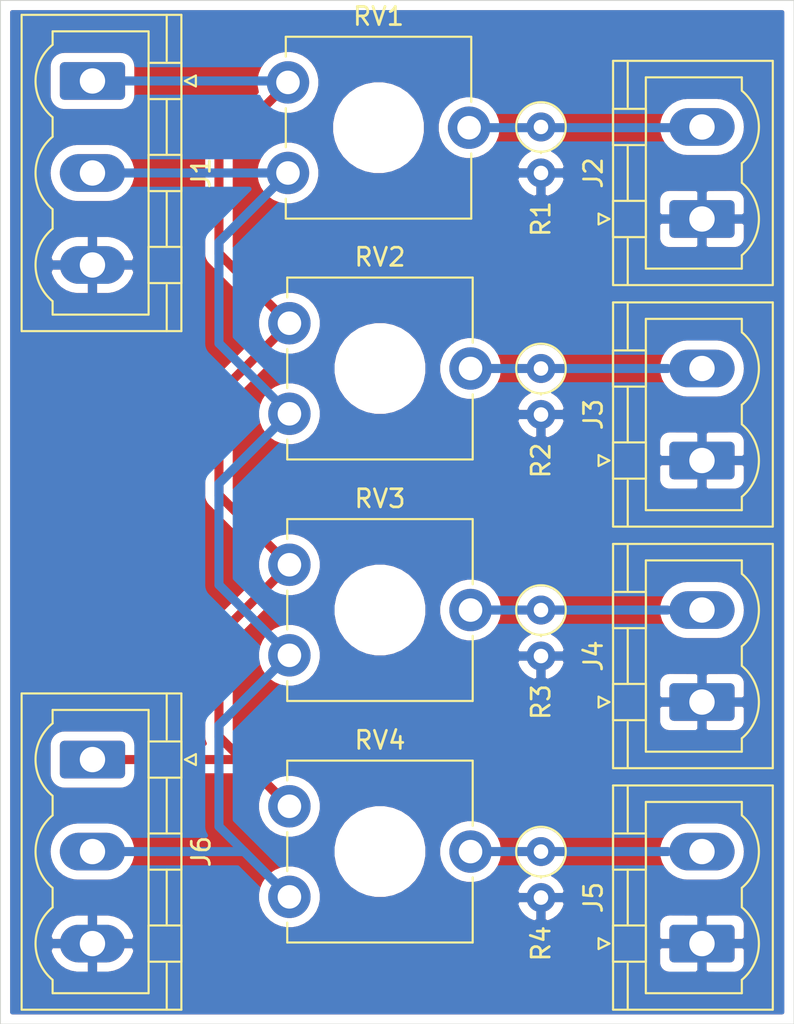
<source format=kicad_pcb>
(kicad_pcb (version 20171130) (host pcbnew "(5.1.5)-3")

  (general
    (thickness 1.6)
    (drawings 4)
    (tracks 34)
    (zones 0)
    (modules 14)
    (nets 8)
  )

  (page A4)
  (layers
    (0 F.Cu signal)
    (31 B.Cu signal)
    (32 B.Adhes user)
    (33 F.Adhes user)
    (34 B.Paste user)
    (35 F.Paste user)
    (36 B.SilkS user)
    (37 F.SilkS user)
    (38 B.Mask user)
    (39 F.Mask user)
    (40 Dwgs.User user)
    (41 Cmts.User user)
    (42 Eco1.User user)
    (43 Eco2.User user)
    (44 Edge.Cuts user)
    (45 Margin user)
    (46 B.CrtYd user)
    (47 F.CrtYd user)
    (48 B.Fab user)
    (49 F.Fab user)
  )

  (setup
    (last_trace_width 0.5)
    (trace_clearance 0.2)
    (zone_clearance 0.508)
    (zone_45_only no)
    (trace_min 0.2)
    (via_size 0.8)
    (via_drill 0.4)
    (via_min_size 0.4)
    (via_min_drill 0.3)
    (uvia_size 0.3)
    (uvia_drill 0.1)
    (uvias_allowed no)
    (uvia_min_size 0.2)
    (uvia_min_drill 0.1)
    (edge_width 0.05)
    (segment_width 0.2)
    (pcb_text_width 0.3)
    (pcb_text_size 1.5 1.5)
    (mod_edge_width 0.12)
    (mod_text_size 1 1)
    (mod_text_width 0.15)
    (pad_size 1.524 1.524)
    (pad_drill 0.762)
    (pad_to_mask_clearance 0.051)
    (solder_mask_min_width 0.25)
    (aux_axis_origin 0 0)
    (visible_elements 7FFDFFFF)
    (pcbplotparams
      (layerselection 0x010fc_ffffffff)
      (usegerberextensions false)
      (usegerberattributes false)
      (usegerberadvancedattributes false)
      (creategerberjobfile false)
      (excludeedgelayer true)
      (linewidth 0.100000)
      (plotframeref false)
      (viasonmask false)
      (mode 1)
      (useauxorigin false)
      (hpglpennumber 1)
      (hpglpenspeed 20)
      (hpglpendiameter 15.000000)
      (psnegative false)
      (psa4output false)
      (plotreference true)
      (plotvalue true)
      (plotinvisibletext false)
      (padsonsilk false)
      (subtractmaskfromsilk false)
      (outputformat 1)
      (mirror false)
      (drillshape 1)
      (scaleselection 1)
      (outputdirectory ""))
  )

  (net 0 "")
  (net 1 GND)
  (net 2 "Net-(J1-Pad2)")
  (net 3 "Net-(J1-Pad1)")
  (net 4 "Net-(J2-Pad2)")
  (net 5 "Net-(J3-Pad2)")
  (net 6 "Net-(J4-Pad2)")
  (net 7 "Net-(J5-Pad2)")

  (net_class Default "This is the default net class."
    (clearance 0.2)
    (trace_width 0.5)
    (via_dia 0.8)
    (via_drill 0.4)
    (uvia_dia 0.3)
    (uvia_drill 0.1)
    (add_net GND)
    (add_net "Net-(J1-Pad1)")
    (add_net "Net-(J1-Pad2)")
    (add_net "Net-(J2-Pad2)")
    (add_net "Net-(J3-Pad2)")
    (add_net "Net-(J4-Pad2)")
    (add_net "Net-(J5-Pad2)")
  )

  (module Connector_Phoenix_MSTB:PhoenixContact_MSTBVA_2,5_2-G-5,08_1x02_P5.08mm_Vertical (layer F.Cu) (tedit 5B785047) (tstamp 5D8E3132)
    (at 115.57 69.215 90)
    (descr "Generic Phoenix Contact connector footprint for: MSTBVA_2,5/2-G-5,08; number of pins: 02; pin pitch: 5.08mm; Vertical || order number: 1755736 12A || order number: 1924305 16A (HC)")
    (tags "phoenix_contact connector MSTBVA_01x02_G_5.08mm")
    (path /5D8DC6E8)
    (fp_text reference J2 (at 2.54 -6 90) (layer F.SilkS)
      (effects (font (size 1 1) (thickness 0.15)))
    )
    (fp_text value Conn_01x02_Male (at 2.54 5 90) (layer F.Fab)
      (effects (font (size 1 1) (thickness 0.15)))
    )
    (fp_text user %R (at 2.54 -4.1 90) (layer F.Fab)
      (effects (font (size 1 1) (thickness 0.15)))
    )
    (fp_line (start -0.5 -3.55) (end 0.5 -3.55) (layer F.Fab) (width 0.1))
    (fp_line (start 0 -2.55) (end -0.5 -3.55) (layer F.Fab) (width 0.1))
    (fp_line (start 0.5 -3.55) (end 0 -2.55) (layer F.Fab) (width 0.1))
    (fp_line (start -0.3 -5.71) (end 0.3 -5.71) (layer F.SilkS) (width 0.12))
    (fp_line (start 0 -5.11) (end -0.3 -5.71) (layer F.SilkS) (width 0.12))
    (fp_line (start 0.3 -5.71) (end 0 -5.11) (layer F.SilkS) (width 0.12))
    (fp_line (start 9.12 -5.3) (end -4.04 -5.3) (layer F.CrtYd) (width 0.05))
    (fp_line (start 9.12 4.3) (end 9.12 -5.3) (layer F.CrtYd) (width 0.05))
    (fp_line (start -4.04 4.3) (end 9.12 4.3) (layer F.CrtYd) (width 0.05))
    (fp_line (start -4.04 -5.3) (end -4.04 4.3) (layer F.CrtYd) (width 0.05))
    (fp_line (start 7.82 2.2) (end 7.08 2.2) (layer F.SilkS) (width 0.12))
    (fp_line (start 7.82 -3.1) (end 7.82 2.2) (layer F.SilkS) (width 0.12))
    (fp_line (start -2.74 -3.1) (end 7.82 -3.1) (layer F.SilkS) (width 0.12))
    (fp_line (start -2.74 2.2) (end -2.74 -3.1) (layer F.SilkS) (width 0.12))
    (fp_line (start -2 2.2) (end -2.74 2.2) (layer F.SilkS) (width 0.12))
    (fp_line (start 2 2.2) (end 3.08 2.2) (layer F.SilkS) (width 0.12))
    (fp_line (start 6.08 -3.1) (end 4.08 -3.1) (layer F.SilkS) (width 0.12))
    (fp_line (start 6.08 -4.91) (end 6.08 -3.1) (layer F.SilkS) (width 0.12))
    (fp_line (start 4.08 -4.91) (end 6.08 -4.91) (layer F.SilkS) (width 0.12))
    (fp_line (start 4.08 -3.1) (end 4.08 -4.91) (layer F.SilkS) (width 0.12))
    (fp_line (start 1 -3.1) (end -1 -3.1) (layer F.SilkS) (width 0.12))
    (fp_line (start 1 -4.91) (end 1 -3.1) (layer F.SilkS) (width 0.12))
    (fp_line (start -1 -4.91) (end 1 -4.91) (layer F.SilkS) (width 0.12))
    (fp_line (start -1 -3.1) (end -1 -4.91) (layer F.SilkS) (width 0.12))
    (fp_line (start 1 -4.1) (end 4.08 -4.1) (layer F.SilkS) (width 0.12))
    (fp_line (start 8.73 -4.1) (end 6.19 -4.1) (layer F.SilkS) (width 0.12))
    (fp_line (start -3.65 -4.1) (end -1.11 -4.1) (layer F.SilkS) (width 0.12))
    (fp_line (start 8.62 -4.8) (end -3.54 -4.8) (layer F.Fab) (width 0.1))
    (fp_line (start 8.62 3.8) (end 8.62 -4.8) (layer F.Fab) (width 0.1))
    (fp_line (start -3.54 3.8) (end 8.62 3.8) (layer F.Fab) (width 0.1))
    (fp_line (start -3.54 -4.8) (end -3.54 3.8) (layer F.Fab) (width 0.1))
    (fp_line (start 8.73 -4.91) (end -3.65 -4.91) (layer F.SilkS) (width 0.12))
    (fp_line (start 8.73 3.91) (end 8.73 -4.91) (layer F.SilkS) (width 0.12))
    (fp_line (start -3.65 3.91) (end 8.73 3.91) (layer F.SilkS) (width 0.12))
    (fp_line (start -3.65 -4.91) (end -3.65 3.91) (layer F.SilkS) (width 0.12))
    (fp_arc (start 5.08 0.55) (end 3.08 2.2) (angle -100.5) (layer F.SilkS) (width 0.12))
    (fp_arc (start 0 0.55) (end -2 2.2) (angle -100.5) (layer F.SilkS) (width 0.12))
    (pad 2 thru_hole oval (at 5.08 0 90) (size 2.08 3.6) (drill 1.4) (layers *.Cu *.Mask)
      (net 4 "Net-(J2-Pad2)"))
    (pad 1 thru_hole roundrect (at 0 0 90) (size 2.08 3.6) (drill 1.4) (layers *.Cu *.Mask) (roundrect_rratio 0.120192)
      (net 1 GND))
    (model ${KISYS3DMOD}/Connector_Phoenix_MSTB.3dshapes/PhoenixContact_MSTBVA_2,5_2-G-5,08_1x02_P5.08mm_Vertical.wrl
      (at (xyz 0 0 0))
      (scale (xyz 1 1 1))
      (rotate (xyz 0 0 0))
    )
  )

  (module Potentiometer_THT:Potentiometer_ACP_CA9-V10_Vertical_Hole (layer F.Cu) (tedit 5A3D4994) (tstamp 5D8E3242)
    (at 92.79 106.64)
    (descr "Potentiometer, vertical, shaft hole, ACP CA9-V10, http://www.acptechnologies.com/wp-content/uploads/2017/05/02-ACP-CA9-CE9.pdf")
    (tags "Potentiometer vertical hole ACP CA9-V10")
    (path /5D8DD7AD)
    (fp_text reference RV4 (at 5 -8.65) (layer F.SilkS)
      (effects (font (size 1 1) (thickness 0.15)))
    )
    (fp_text value CA9VK250 (at 5 3.65) (layer F.Fab)
      (effects (font (size 1 1) (thickness 0.15)))
    )
    (fp_text user %R (at 1 -2.5 90) (layer F.Fab)
      (effects (font (size 1 1) (thickness 0.15)))
    )
    (fp_line (start 11.45 -7.65) (end -1.45 -7.65) (layer F.CrtYd) (width 0.05))
    (fp_line (start 11.45 2.7) (end 11.45 -7.65) (layer F.CrtYd) (width 0.05))
    (fp_line (start -1.45 2.7) (end 11.45 2.7) (layer F.CrtYd) (width 0.05))
    (fp_line (start -1.45 -7.65) (end -1.45 2.7) (layer F.CrtYd) (width 0.05))
    (fp_line (start 10.12 -1.075) (end 10.12 2.52) (layer F.SilkS) (width 0.12))
    (fp_line (start 10.12 -7.521) (end 10.12 -3.925) (layer F.SilkS) (width 0.12))
    (fp_line (start -0.12 1.425) (end -0.12 2.52) (layer F.SilkS) (width 0.12))
    (fp_line (start -0.12 -3.574) (end -0.12 -1.425) (layer F.SilkS) (width 0.12))
    (fp_line (start -0.12 -7.521) (end -0.12 -6.426) (layer F.SilkS) (width 0.12))
    (fp_line (start -0.12 2.52) (end 10.12 2.52) (layer F.SilkS) (width 0.12))
    (fp_line (start -0.12 -7.521) (end 10.12 -7.521) (layer F.SilkS) (width 0.12))
    (fp_line (start 10 -7.4) (end 0 -7.4) (layer F.Fab) (width 0.1))
    (fp_line (start 10 2.4) (end 10 -7.4) (layer F.Fab) (width 0.1))
    (fp_line (start 0 2.4) (end 10 2.4) (layer F.Fab) (width 0.1))
    (fp_line (start 0 -7.4) (end 0 2.4) (layer F.Fab) (width 0.1))
    (pad "" np_thru_hole circle (at 5 -2.5) (size 4 4) (drill 4) (layers *.Cu *.Mask))
    (pad 1 thru_hole circle (at 0 0) (size 2.34 2.34) (drill 1.3) (layers *.Cu *.Mask)
      (net 2 "Net-(J1-Pad2)"))
    (pad 2 thru_hole circle (at 10 -2.5) (size 2.34 2.34) (drill 1.3) (layers *.Cu *.Mask)
      (net 7 "Net-(J5-Pad2)"))
    (pad 3 thru_hole circle (at 0 -5) (size 2.34 2.34) (drill 1.3) (layers *.Cu *.Mask)
      (net 3 "Net-(J1-Pad1)"))
    (model ${KISYS3DMOD}/Potentiometer_THT.3dshapes/Potentiometer_ACP_CA9-V10_Vertical_Hole.wrl
      (at (xyz 0 0 0))
      (scale (xyz 1 1 1))
      (rotate (xyz 0 0 0))
    )
  )

  (module Potentiometer_THT:Potentiometer_ACP_CA9-V10_Vertical_Hole (layer F.Cu) (tedit 5A3D4994) (tstamp 5D8E322A)
    (at 92.79 93.305)
    (descr "Potentiometer, vertical, shaft hole, ACP CA9-V10, http://www.acptechnologies.com/wp-content/uploads/2017/05/02-ACP-CA9-CE9.pdf")
    (tags "Potentiometer vertical hole ACP CA9-V10")
    (path /5D8DD20C)
    (fp_text reference RV3 (at 5 -8.65) (layer F.SilkS)
      (effects (font (size 1 1) (thickness 0.15)))
    )
    (fp_text value CA9VK250 (at 5 3.65) (layer F.Fab)
      (effects (font (size 1 1) (thickness 0.15)))
    )
    (fp_text user %R (at 1 -2.5 90) (layer F.Fab)
      (effects (font (size 1 1) (thickness 0.15)))
    )
    (fp_line (start 11.45 -7.65) (end -1.45 -7.65) (layer F.CrtYd) (width 0.05))
    (fp_line (start 11.45 2.7) (end 11.45 -7.65) (layer F.CrtYd) (width 0.05))
    (fp_line (start -1.45 2.7) (end 11.45 2.7) (layer F.CrtYd) (width 0.05))
    (fp_line (start -1.45 -7.65) (end -1.45 2.7) (layer F.CrtYd) (width 0.05))
    (fp_line (start 10.12 -1.075) (end 10.12 2.52) (layer F.SilkS) (width 0.12))
    (fp_line (start 10.12 -7.521) (end 10.12 -3.925) (layer F.SilkS) (width 0.12))
    (fp_line (start -0.12 1.425) (end -0.12 2.52) (layer F.SilkS) (width 0.12))
    (fp_line (start -0.12 -3.574) (end -0.12 -1.425) (layer F.SilkS) (width 0.12))
    (fp_line (start -0.12 -7.521) (end -0.12 -6.426) (layer F.SilkS) (width 0.12))
    (fp_line (start -0.12 2.52) (end 10.12 2.52) (layer F.SilkS) (width 0.12))
    (fp_line (start -0.12 -7.521) (end 10.12 -7.521) (layer F.SilkS) (width 0.12))
    (fp_line (start 10 -7.4) (end 0 -7.4) (layer F.Fab) (width 0.1))
    (fp_line (start 10 2.4) (end 10 -7.4) (layer F.Fab) (width 0.1))
    (fp_line (start 0 2.4) (end 10 2.4) (layer F.Fab) (width 0.1))
    (fp_line (start 0 -7.4) (end 0 2.4) (layer F.Fab) (width 0.1))
    (pad "" np_thru_hole circle (at 5 -2.5) (size 4 4) (drill 4) (layers *.Cu *.Mask))
    (pad 1 thru_hole circle (at 0 0) (size 2.34 2.34) (drill 1.3) (layers *.Cu *.Mask)
      (net 2 "Net-(J1-Pad2)"))
    (pad 2 thru_hole circle (at 10 -2.5) (size 2.34 2.34) (drill 1.3) (layers *.Cu *.Mask)
      (net 6 "Net-(J4-Pad2)"))
    (pad 3 thru_hole circle (at 0 -5) (size 2.34 2.34) (drill 1.3) (layers *.Cu *.Mask)
      (net 3 "Net-(J1-Pad1)"))
    (model ${KISYS3DMOD}/Potentiometer_THT.3dshapes/Potentiometer_ACP_CA9-V10_Vertical_Hole.wrl
      (at (xyz 0 0 0))
      (scale (xyz 1 1 1))
      (rotate (xyz 0 0 0))
    )
  )

  (module Potentiometer_THT:Potentiometer_ACP_CA9-V10_Vertical_Hole (layer F.Cu) (tedit 5A3D4994) (tstamp 5D8E3212)
    (at 92.79 79.97)
    (descr "Potentiometer, vertical, shaft hole, ACP CA9-V10, http://www.acptechnologies.com/wp-content/uploads/2017/05/02-ACP-CA9-CE9.pdf")
    (tags "Potentiometer vertical hole ACP CA9-V10")
    (path /5D8DC94D)
    (fp_text reference RV2 (at 5 -8.65) (layer F.SilkS)
      (effects (font (size 1 1) (thickness 0.15)))
    )
    (fp_text value CA9VK250 (at 5 3.65) (layer F.Fab)
      (effects (font (size 1 1) (thickness 0.15)))
    )
    (fp_text user %R (at 1 -2.5 90) (layer F.Fab)
      (effects (font (size 1 1) (thickness 0.15)))
    )
    (fp_line (start 11.45 -7.65) (end -1.45 -7.65) (layer F.CrtYd) (width 0.05))
    (fp_line (start 11.45 2.7) (end 11.45 -7.65) (layer F.CrtYd) (width 0.05))
    (fp_line (start -1.45 2.7) (end 11.45 2.7) (layer F.CrtYd) (width 0.05))
    (fp_line (start -1.45 -7.65) (end -1.45 2.7) (layer F.CrtYd) (width 0.05))
    (fp_line (start 10.12 -1.075) (end 10.12 2.52) (layer F.SilkS) (width 0.12))
    (fp_line (start 10.12 -7.521) (end 10.12 -3.925) (layer F.SilkS) (width 0.12))
    (fp_line (start -0.12 1.425) (end -0.12 2.52) (layer F.SilkS) (width 0.12))
    (fp_line (start -0.12 -3.574) (end -0.12 -1.425) (layer F.SilkS) (width 0.12))
    (fp_line (start -0.12 -7.521) (end -0.12 -6.426) (layer F.SilkS) (width 0.12))
    (fp_line (start -0.12 2.52) (end 10.12 2.52) (layer F.SilkS) (width 0.12))
    (fp_line (start -0.12 -7.521) (end 10.12 -7.521) (layer F.SilkS) (width 0.12))
    (fp_line (start 10 -7.4) (end 0 -7.4) (layer F.Fab) (width 0.1))
    (fp_line (start 10 2.4) (end 10 -7.4) (layer F.Fab) (width 0.1))
    (fp_line (start 0 2.4) (end 10 2.4) (layer F.Fab) (width 0.1))
    (fp_line (start 0 -7.4) (end 0 2.4) (layer F.Fab) (width 0.1))
    (pad "" np_thru_hole circle (at 5 -2.5) (size 4 4) (drill 4) (layers *.Cu *.Mask))
    (pad 1 thru_hole circle (at 0 0) (size 2.34 2.34) (drill 1.3) (layers *.Cu *.Mask)
      (net 2 "Net-(J1-Pad2)"))
    (pad 2 thru_hole circle (at 10 -2.5) (size 2.34 2.34) (drill 1.3) (layers *.Cu *.Mask)
      (net 5 "Net-(J3-Pad2)"))
    (pad 3 thru_hole circle (at 0 -5) (size 2.34 2.34) (drill 1.3) (layers *.Cu *.Mask)
      (net 3 "Net-(J1-Pad1)"))
    (model ${KISYS3DMOD}/Potentiometer_THT.3dshapes/Potentiometer_ACP_CA9-V10_Vertical_Hole.wrl
      (at (xyz 0 0 0))
      (scale (xyz 1 1 1))
      (rotate (xyz 0 0 0))
    )
  )

  (module Potentiometer_THT:Potentiometer_ACP_CA9-V10_Vertical_Hole (layer F.Cu) (tedit 5A3D4994) (tstamp 5D8E31FA)
    (at 92.71 66.675)
    (descr "Potentiometer, vertical, shaft hole, ACP CA9-V10, http://www.acptechnologies.com/wp-content/uploads/2017/05/02-ACP-CA9-CE9.pdf")
    (tags "Potentiometer vertical hole ACP CA9-V10")
    (path /5D8DFF11)
    (fp_text reference RV1 (at 5 -8.65) (layer F.SilkS)
      (effects (font (size 1 1) (thickness 0.15)))
    )
    (fp_text value CA9VK250 (at 5 3.65) (layer F.Fab)
      (effects (font (size 1 1) (thickness 0.15)))
    )
    (fp_text user %R (at 1 -2.5 90) (layer F.Fab)
      (effects (font (size 1 1) (thickness 0.15)))
    )
    (fp_line (start 11.45 -7.65) (end -1.45 -7.65) (layer F.CrtYd) (width 0.05))
    (fp_line (start 11.45 2.7) (end 11.45 -7.65) (layer F.CrtYd) (width 0.05))
    (fp_line (start -1.45 2.7) (end 11.45 2.7) (layer F.CrtYd) (width 0.05))
    (fp_line (start -1.45 -7.65) (end -1.45 2.7) (layer F.CrtYd) (width 0.05))
    (fp_line (start 10.12 -1.075) (end 10.12 2.52) (layer F.SilkS) (width 0.12))
    (fp_line (start 10.12 -7.521) (end 10.12 -3.925) (layer F.SilkS) (width 0.12))
    (fp_line (start -0.12 1.425) (end -0.12 2.52) (layer F.SilkS) (width 0.12))
    (fp_line (start -0.12 -3.574) (end -0.12 -1.425) (layer F.SilkS) (width 0.12))
    (fp_line (start -0.12 -7.521) (end -0.12 -6.426) (layer F.SilkS) (width 0.12))
    (fp_line (start -0.12 2.52) (end 10.12 2.52) (layer F.SilkS) (width 0.12))
    (fp_line (start -0.12 -7.521) (end 10.12 -7.521) (layer F.SilkS) (width 0.12))
    (fp_line (start 10 -7.4) (end 0 -7.4) (layer F.Fab) (width 0.1))
    (fp_line (start 10 2.4) (end 10 -7.4) (layer F.Fab) (width 0.1))
    (fp_line (start 0 2.4) (end 10 2.4) (layer F.Fab) (width 0.1))
    (fp_line (start 0 -7.4) (end 0 2.4) (layer F.Fab) (width 0.1))
    (pad "" np_thru_hole circle (at 5 -2.5) (size 4 4) (drill 4) (layers *.Cu *.Mask))
    (pad 1 thru_hole circle (at 0 0) (size 2.34 2.34) (drill 1.3) (layers *.Cu *.Mask)
      (net 2 "Net-(J1-Pad2)"))
    (pad 2 thru_hole circle (at 10 -2.5) (size 2.34 2.34) (drill 1.3) (layers *.Cu *.Mask)
      (net 4 "Net-(J2-Pad2)"))
    (pad 3 thru_hole circle (at 0 -5) (size 2.34 2.34) (drill 1.3) (layers *.Cu *.Mask)
      (net 3 "Net-(J1-Pad1)"))
    (model ${KISYS3DMOD}/Potentiometer_THT.3dshapes/Potentiometer_ACP_CA9-V10_Vertical_Hole.wrl
      (at (xyz 0 0 0))
      (scale (xyz 1 1 1))
      (rotate (xyz 0 0 0))
    )
  )

  (module Connector_Phoenix_MSTB:PhoenixContact_MSTBVA_2,5_2-G-5,08_1x02_P5.08mm_Vertical (layer F.Cu) (tedit 5B785047) (tstamp 5D8E4359)
    (at 115.57 109.22 90)
    (descr "Generic Phoenix Contact connector footprint for: MSTBVA_2,5/2-G-5,08; number of pins: 02; pin pitch: 5.08mm; Vertical || order number: 1755736 12A || order number: 1924305 16A (HC)")
    (tags "phoenix_contact connector MSTBVA_01x02_G_5.08mm")
    (path /5D8E52D6)
    (fp_text reference J5 (at 2.54 -6 90) (layer F.SilkS)
      (effects (font (size 1 1) (thickness 0.15)))
    )
    (fp_text value Conn_01x02_Male (at 2.54 5 90) (layer F.Fab)
      (effects (font (size 1 1) (thickness 0.15)))
    )
    (fp_text user %R (at 2.54 -4.1 90) (layer F.Fab)
      (effects (font (size 1 1) (thickness 0.15)))
    )
    (fp_line (start -0.5 -3.55) (end 0.5 -3.55) (layer F.Fab) (width 0.1))
    (fp_line (start 0 -2.55) (end -0.5 -3.55) (layer F.Fab) (width 0.1))
    (fp_line (start 0.5 -3.55) (end 0 -2.55) (layer F.Fab) (width 0.1))
    (fp_line (start -0.3 -5.71) (end 0.3 -5.71) (layer F.SilkS) (width 0.12))
    (fp_line (start 0 -5.11) (end -0.3 -5.71) (layer F.SilkS) (width 0.12))
    (fp_line (start 0.3 -5.71) (end 0 -5.11) (layer F.SilkS) (width 0.12))
    (fp_line (start 9.12 -5.3) (end -4.04 -5.3) (layer F.CrtYd) (width 0.05))
    (fp_line (start 9.12 4.3) (end 9.12 -5.3) (layer F.CrtYd) (width 0.05))
    (fp_line (start -4.04 4.3) (end 9.12 4.3) (layer F.CrtYd) (width 0.05))
    (fp_line (start -4.04 -5.3) (end -4.04 4.3) (layer F.CrtYd) (width 0.05))
    (fp_line (start 7.82 2.2) (end 7.08 2.2) (layer F.SilkS) (width 0.12))
    (fp_line (start 7.82 -3.1) (end 7.82 2.2) (layer F.SilkS) (width 0.12))
    (fp_line (start -2.74 -3.1) (end 7.82 -3.1) (layer F.SilkS) (width 0.12))
    (fp_line (start -2.74 2.2) (end -2.74 -3.1) (layer F.SilkS) (width 0.12))
    (fp_line (start -2 2.2) (end -2.74 2.2) (layer F.SilkS) (width 0.12))
    (fp_line (start 2 2.2) (end 3.08 2.2) (layer F.SilkS) (width 0.12))
    (fp_line (start 6.08 -3.1) (end 4.08 -3.1) (layer F.SilkS) (width 0.12))
    (fp_line (start 6.08 -4.91) (end 6.08 -3.1) (layer F.SilkS) (width 0.12))
    (fp_line (start 4.08 -4.91) (end 6.08 -4.91) (layer F.SilkS) (width 0.12))
    (fp_line (start 4.08 -3.1) (end 4.08 -4.91) (layer F.SilkS) (width 0.12))
    (fp_line (start 1 -3.1) (end -1 -3.1) (layer F.SilkS) (width 0.12))
    (fp_line (start 1 -4.91) (end 1 -3.1) (layer F.SilkS) (width 0.12))
    (fp_line (start -1 -4.91) (end 1 -4.91) (layer F.SilkS) (width 0.12))
    (fp_line (start -1 -3.1) (end -1 -4.91) (layer F.SilkS) (width 0.12))
    (fp_line (start 1 -4.1) (end 4.08 -4.1) (layer F.SilkS) (width 0.12))
    (fp_line (start 8.73 -4.1) (end 6.19 -4.1) (layer F.SilkS) (width 0.12))
    (fp_line (start -3.65 -4.1) (end -1.11 -4.1) (layer F.SilkS) (width 0.12))
    (fp_line (start 8.62 -4.8) (end -3.54 -4.8) (layer F.Fab) (width 0.1))
    (fp_line (start 8.62 3.8) (end 8.62 -4.8) (layer F.Fab) (width 0.1))
    (fp_line (start -3.54 3.8) (end 8.62 3.8) (layer F.Fab) (width 0.1))
    (fp_line (start -3.54 -4.8) (end -3.54 3.8) (layer F.Fab) (width 0.1))
    (fp_line (start 8.73 -4.91) (end -3.65 -4.91) (layer F.SilkS) (width 0.12))
    (fp_line (start 8.73 3.91) (end 8.73 -4.91) (layer F.SilkS) (width 0.12))
    (fp_line (start -3.65 3.91) (end 8.73 3.91) (layer F.SilkS) (width 0.12))
    (fp_line (start -3.65 -4.91) (end -3.65 3.91) (layer F.SilkS) (width 0.12))
    (fp_arc (start 5.08 0.55) (end 3.08 2.2) (angle -100.5) (layer F.SilkS) (width 0.12))
    (fp_arc (start 0 0.55) (end -2 2.2) (angle -100.5) (layer F.SilkS) (width 0.12))
    (pad 2 thru_hole oval (at 5.08 0 90) (size 2.08 3.6) (drill 1.4) (layers *.Cu *.Mask)
      (net 7 "Net-(J5-Pad2)"))
    (pad 1 thru_hole roundrect (at 0 0 90) (size 2.08 3.6) (drill 1.4) (layers *.Cu *.Mask) (roundrect_rratio 0.120192)
      (net 1 GND))
    (model ${KISYS3DMOD}/Connector_Phoenix_MSTB.3dshapes/PhoenixContact_MSTBVA_2,5_2-G-5,08_1x02_P5.08mm_Vertical.wrl
      (at (xyz 0 0 0))
      (scale (xyz 1 1 1))
      (rotate (xyz 0 0 0))
    )
  )

  (module Connector_Phoenix_MSTB:PhoenixContact_MSTBVA_2,5_2-G-5,08_1x02_P5.08mm_Vertical (layer F.Cu) (tedit 5B785047) (tstamp 5D8E318A)
    (at 115.57 95.885 90)
    (descr "Generic Phoenix Contact connector footprint for: MSTBVA_2,5/2-G-5,08; number of pins: 02; pin pitch: 5.08mm; Vertical || order number: 1755736 12A || order number: 1924305 16A (HC)")
    (tags "phoenix_contact connector MSTBVA_01x02_G_5.08mm")
    (path /5D8E4CAC)
    (fp_text reference J4 (at 2.54 -6 90) (layer F.SilkS)
      (effects (font (size 1 1) (thickness 0.15)))
    )
    (fp_text value Conn_01x02_Male (at 2.54 5 90) (layer F.Fab)
      (effects (font (size 1 1) (thickness 0.15)))
    )
    (fp_text user %R (at 2.54 -4.1 90) (layer F.Fab)
      (effects (font (size 1 1) (thickness 0.15)))
    )
    (fp_line (start -0.5 -3.55) (end 0.5 -3.55) (layer F.Fab) (width 0.1))
    (fp_line (start 0 -2.55) (end -0.5 -3.55) (layer F.Fab) (width 0.1))
    (fp_line (start 0.5 -3.55) (end 0 -2.55) (layer F.Fab) (width 0.1))
    (fp_line (start -0.3 -5.71) (end 0.3 -5.71) (layer F.SilkS) (width 0.12))
    (fp_line (start 0 -5.11) (end -0.3 -5.71) (layer F.SilkS) (width 0.12))
    (fp_line (start 0.3 -5.71) (end 0 -5.11) (layer F.SilkS) (width 0.12))
    (fp_line (start 9.12 -5.3) (end -4.04 -5.3) (layer F.CrtYd) (width 0.05))
    (fp_line (start 9.12 4.3) (end 9.12 -5.3) (layer F.CrtYd) (width 0.05))
    (fp_line (start -4.04 4.3) (end 9.12 4.3) (layer F.CrtYd) (width 0.05))
    (fp_line (start -4.04 -5.3) (end -4.04 4.3) (layer F.CrtYd) (width 0.05))
    (fp_line (start 7.82 2.2) (end 7.08 2.2) (layer F.SilkS) (width 0.12))
    (fp_line (start 7.82 -3.1) (end 7.82 2.2) (layer F.SilkS) (width 0.12))
    (fp_line (start -2.74 -3.1) (end 7.82 -3.1) (layer F.SilkS) (width 0.12))
    (fp_line (start -2.74 2.2) (end -2.74 -3.1) (layer F.SilkS) (width 0.12))
    (fp_line (start -2 2.2) (end -2.74 2.2) (layer F.SilkS) (width 0.12))
    (fp_line (start 2 2.2) (end 3.08 2.2) (layer F.SilkS) (width 0.12))
    (fp_line (start 6.08 -3.1) (end 4.08 -3.1) (layer F.SilkS) (width 0.12))
    (fp_line (start 6.08 -4.91) (end 6.08 -3.1) (layer F.SilkS) (width 0.12))
    (fp_line (start 4.08 -4.91) (end 6.08 -4.91) (layer F.SilkS) (width 0.12))
    (fp_line (start 4.08 -3.1) (end 4.08 -4.91) (layer F.SilkS) (width 0.12))
    (fp_line (start 1 -3.1) (end -1 -3.1) (layer F.SilkS) (width 0.12))
    (fp_line (start 1 -4.91) (end 1 -3.1) (layer F.SilkS) (width 0.12))
    (fp_line (start -1 -4.91) (end 1 -4.91) (layer F.SilkS) (width 0.12))
    (fp_line (start -1 -3.1) (end -1 -4.91) (layer F.SilkS) (width 0.12))
    (fp_line (start 1 -4.1) (end 4.08 -4.1) (layer F.SilkS) (width 0.12))
    (fp_line (start 8.73 -4.1) (end 6.19 -4.1) (layer F.SilkS) (width 0.12))
    (fp_line (start -3.65 -4.1) (end -1.11 -4.1) (layer F.SilkS) (width 0.12))
    (fp_line (start 8.62 -4.8) (end -3.54 -4.8) (layer F.Fab) (width 0.1))
    (fp_line (start 8.62 3.8) (end 8.62 -4.8) (layer F.Fab) (width 0.1))
    (fp_line (start -3.54 3.8) (end 8.62 3.8) (layer F.Fab) (width 0.1))
    (fp_line (start -3.54 -4.8) (end -3.54 3.8) (layer F.Fab) (width 0.1))
    (fp_line (start 8.73 -4.91) (end -3.65 -4.91) (layer F.SilkS) (width 0.12))
    (fp_line (start 8.73 3.91) (end 8.73 -4.91) (layer F.SilkS) (width 0.12))
    (fp_line (start -3.65 3.91) (end 8.73 3.91) (layer F.SilkS) (width 0.12))
    (fp_line (start -3.65 -4.91) (end -3.65 3.91) (layer F.SilkS) (width 0.12))
    (fp_arc (start 5.08 0.55) (end 3.08 2.2) (angle -100.5) (layer F.SilkS) (width 0.12))
    (fp_arc (start 0 0.55) (end -2 2.2) (angle -100.5) (layer F.SilkS) (width 0.12))
    (pad 2 thru_hole oval (at 5.08 0 90) (size 2.08 3.6) (drill 1.4) (layers *.Cu *.Mask)
      (net 6 "Net-(J4-Pad2)"))
    (pad 1 thru_hole roundrect (at 0 0 90) (size 2.08 3.6) (drill 1.4) (layers *.Cu *.Mask) (roundrect_rratio 0.120192)
      (net 1 GND))
    (model ${KISYS3DMOD}/Connector_Phoenix_MSTB.3dshapes/PhoenixContact_MSTBVA_2,5_2-G-5,08_1x02_P5.08mm_Vertical.wrl
      (at (xyz 0 0 0))
      (scale (xyz 1 1 1))
      (rotate (xyz 0 0 0))
    )
  )

  (module Connector_Phoenix_MSTB:PhoenixContact_MSTBVA_2,5_2-G-5,08_1x02_P5.08mm_Vertical (layer F.Cu) (tedit 5B785047) (tstamp 5D8E315E)
    (at 115.57 82.55 90)
    (descr "Generic Phoenix Contact connector footprint for: MSTBVA_2,5/2-G-5,08; number of pins: 02; pin pitch: 5.08mm; Vertical || order number: 1755736 12A || order number: 1924305 16A (HC)")
    (tags "phoenix_contact connector MSTBVA_01x02_G_5.08mm")
    (path /5D8E44ED)
    (fp_text reference J3 (at 2.54 -6 90) (layer F.SilkS)
      (effects (font (size 1 1) (thickness 0.15)))
    )
    (fp_text value Conn_01x02_Male (at 2.54 5 90) (layer F.Fab)
      (effects (font (size 1 1) (thickness 0.15)))
    )
    (fp_text user %R (at 2.54 -4.1 90) (layer F.Fab)
      (effects (font (size 1 1) (thickness 0.15)))
    )
    (fp_line (start -0.5 -3.55) (end 0.5 -3.55) (layer F.Fab) (width 0.1))
    (fp_line (start 0 -2.55) (end -0.5 -3.55) (layer F.Fab) (width 0.1))
    (fp_line (start 0.5 -3.55) (end 0 -2.55) (layer F.Fab) (width 0.1))
    (fp_line (start -0.3 -5.71) (end 0.3 -5.71) (layer F.SilkS) (width 0.12))
    (fp_line (start 0 -5.11) (end -0.3 -5.71) (layer F.SilkS) (width 0.12))
    (fp_line (start 0.3 -5.71) (end 0 -5.11) (layer F.SilkS) (width 0.12))
    (fp_line (start 9.12 -5.3) (end -4.04 -5.3) (layer F.CrtYd) (width 0.05))
    (fp_line (start 9.12 4.3) (end 9.12 -5.3) (layer F.CrtYd) (width 0.05))
    (fp_line (start -4.04 4.3) (end 9.12 4.3) (layer F.CrtYd) (width 0.05))
    (fp_line (start -4.04 -5.3) (end -4.04 4.3) (layer F.CrtYd) (width 0.05))
    (fp_line (start 7.82 2.2) (end 7.08 2.2) (layer F.SilkS) (width 0.12))
    (fp_line (start 7.82 -3.1) (end 7.82 2.2) (layer F.SilkS) (width 0.12))
    (fp_line (start -2.74 -3.1) (end 7.82 -3.1) (layer F.SilkS) (width 0.12))
    (fp_line (start -2.74 2.2) (end -2.74 -3.1) (layer F.SilkS) (width 0.12))
    (fp_line (start -2 2.2) (end -2.74 2.2) (layer F.SilkS) (width 0.12))
    (fp_line (start 2 2.2) (end 3.08 2.2) (layer F.SilkS) (width 0.12))
    (fp_line (start 6.08 -3.1) (end 4.08 -3.1) (layer F.SilkS) (width 0.12))
    (fp_line (start 6.08 -4.91) (end 6.08 -3.1) (layer F.SilkS) (width 0.12))
    (fp_line (start 4.08 -4.91) (end 6.08 -4.91) (layer F.SilkS) (width 0.12))
    (fp_line (start 4.08 -3.1) (end 4.08 -4.91) (layer F.SilkS) (width 0.12))
    (fp_line (start 1 -3.1) (end -1 -3.1) (layer F.SilkS) (width 0.12))
    (fp_line (start 1 -4.91) (end 1 -3.1) (layer F.SilkS) (width 0.12))
    (fp_line (start -1 -4.91) (end 1 -4.91) (layer F.SilkS) (width 0.12))
    (fp_line (start -1 -3.1) (end -1 -4.91) (layer F.SilkS) (width 0.12))
    (fp_line (start 1 -4.1) (end 4.08 -4.1) (layer F.SilkS) (width 0.12))
    (fp_line (start 8.73 -4.1) (end 6.19 -4.1) (layer F.SilkS) (width 0.12))
    (fp_line (start -3.65 -4.1) (end -1.11 -4.1) (layer F.SilkS) (width 0.12))
    (fp_line (start 8.62 -4.8) (end -3.54 -4.8) (layer F.Fab) (width 0.1))
    (fp_line (start 8.62 3.8) (end 8.62 -4.8) (layer F.Fab) (width 0.1))
    (fp_line (start -3.54 3.8) (end 8.62 3.8) (layer F.Fab) (width 0.1))
    (fp_line (start -3.54 -4.8) (end -3.54 3.8) (layer F.Fab) (width 0.1))
    (fp_line (start 8.73 -4.91) (end -3.65 -4.91) (layer F.SilkS) (width 0.12))
    (fp_line (start 8.73 3.91) (end 8.73 -4.91) (layer F.SilkS) (width 0.12))
    (fp_line (start -3.65 3.91) (end 8.73 3.91) (layer F.SilkS) (width 0.12))
    (fp_line (start -3.65 -4.91) (end -3.65 3.91) (layer F.SilkS) (width 0.12))
    (fp_arc (start 5.08 0.55) (end 3.08 2.2) (angle -100.5) (layer F.SilkS) (width 0.12))
    (fp_arc (start 0 0.55) (end -2 2.2) (angle -100.5) (layer F.SilkS) (width 0.12))
    (pad 2 thru_hole oval (at 5.08 0 90) (size 2.08 3.6) (drill 1.4) (layers *.Cu *.Mask)
      (net 5 "Net-(J3-Pad2)"))
    (pad 1 thru_hole roundrect (at 0 0 90) (size 2.08 3.6) (drill 1.4) (layers *.Cu *.Mask) (roundrect_rratio 0.120192)
      (net 1 GND))
    (model ${KISYS3DMOD}/Connector_Phoenix_MSTB.3dshapes/PhoenixContact_MSTBVA_2,5_2-G-5,08_1x02_P5.08mm_Vertical.wrl
      (at (xyz 0 0 0))
      (scale (xyz 1 1 1))
      (rotate (xyz 0 0 0))
    )
  )

  (module Connector_Phoenix_MSTB:PhoenixContact_MSTBVA_2,5_3-G-5,08_1x03_P5.08mm_Vertical (layer F.Cu) (tedit 5B785047) (tstamp 5D8E3106)
    (at 81.915 61.595 270)
    (descr "Generic Phoenix Contact connector footprint for: MSTBVA_2,5/3-G-5,08; number of pins: 03; pin pitch: 5.08mm; Vertical || order number: 1755749 12A || order number: 1924318 16A (HC)")
    (tags "phoenix_contact connector MSTBVA_01x03_G_5.08mm")
    (path /5D8E3350)
    (fp_text reference J1 (at 5.08 -6 90) (layer F.SilkS)
      (effects (font (size 1 1) (thickness 0.15)))
    )
    (fp_text value Conn_01x03_Male (at 5.08 5 90) (layer F.Fab)
      (effects (font (size 1 1) (thickness 0.15)))
    )
    (fp_text user %R (at 5.08 -4.1 90) (layer F.Fab)
      (effects (font (size 1 1) (thickness 0.15)))
    )
    (fp_line (start -0.5 -3.55) (end 0.5 -3.55) (layer F.Fab) (width 0.1))
    (fp_line (start 0 -2.55) (end -0.5 -3.55) (layer F.Fab) (width 0.1))
    (fp_line (start 0.5 -3.55) (end 0 -2.55) (layer F.Fab) (width 0.1))
    (fp_line (start -0.3 -5.71) (end 0.3 -5.71) (layer F.SilkS) (width 0.12))
    (fp_line (start 0 -5.11) (end -0.3 -5.71) (layer F.SilkS) (width 0.12))
    (fp_line (start 0.3 -5.71) (end 0 -5.11) (layer F.SilkS) (width 0.12))
    (fp_line (start 14.2 -5.3) (end -4.04 -5.3) (layer F.CrtYd) (width 0.05))
    (fp_line (start 14.2 4.3) (end 14.2 -5.3) (layer F.CrtYd) (width 0.05))
    (fp_line (start -4.04 4.3) (end 14.2 4.3) (layer F.CrtYd) (width 0.05))
    (fp_line (start -4.04 -5.3) (end -4.04 4.3) (layer F.CrtYd) (width 0.05))
    (fp_line (start 12.9 2.2) (end 12.16 2.2) (layer F.SilkS) (width 0.12))
    (fp_line (start 12.9 -3.1) (end 12.9 2.2) (layer F.SilkS) (width 0.12))
    (fp_line (start -2.74 -3.1) (end 12.9 -3.1) (layer F.SilkS) (width 0.12))
    (fp_line (start -2.74 2.2) (end -2.74 -3.1) (layer F.SilkS) (width 0.12))
    (fp_line (start -2 2.2) (end -2.74 2.2) (layer F.SilkS) (width 0.12))
    (fp_line (start 7.08 2.2) (end 8.16 2.2) (layer F.SilkS) (width 0.12))
    (fp_line (start 2 2.2) (end 3.08 2.2) (layer F.SilkS) (width 0.12))
    (fp_line (start 11.16 -3.1) (end 9.16 -3.1) (layer F.SilkS) (width 0.12))
    (fp_line (start 11.16 -4.91) (end 11.16 -3.1) (layer F.SilkS) (width 0.12))
    (fp_line (start 9.16 -4.91) (end 11.16 -4.91) (layer F.SilkS) (width 0.12))
    (fp_line (start 9.16 -3.1) (end 9.16 -4.91) (layer F.SilkS) (width 0.12))
    (fp_line (start 6.08 -3.1) (end 4.08 -3.1) (layer F.SilkS) (width 0.12))
    (fp_line (start 6.08 -4.91) (end 6.08 -3.1) (layer F.SilkS) (width 0.12))
    (fp_line (start 4.08 -4.91) (end 6.08 -4.91) (layer F.SilkS) (width 0.12))
    (fp_line (start 4.08 -3.1) (end 4.08 -4.91) (layer F.SilkS) (width 0.12))
    (fp_line (start 1 -3.1) (end -1 -3.1) (layer F.SilkS) (width 0.12))
    (fp_line (start 1 -4.91) (end 1 -3.1) (layer F.SilkS) (width 0.12))
    (fp_line (start -1 -4.91) (end 1 -4.91) (layer F.SilkS) (width 0.12))
    (fp_line (start -1 -3.1) (end -1 -4.91) (layer F.SilkS) (width 0.12))
    (fp_line (start 6.08 -4.1) (end 9.16 -4.1) (layer F.SilkS) (width 0.12))
    (fp_line (start 1 -4.1) (end 4.08 -4.1) (layer F.SilkS) (width 0.12))
    (fp_line (start 13.81 -4.1) (end 11.27 -4.1) (layer F.SilkS) (width 0.12))
    (fp_line (start -3.65 -4.1) (end -1.11 -4.1) (layer F.SilkS) (width 0.12))
    (fp_line (start 13.7 -4.8) (end -3.54 -4.8) (layer F.Fab) (width 0.1))
    (fp_line (start 13.7 3.8) (end 13.7 -4.8) (layer F.Fab) (width 0.1))
    (fp_line (start -3.54 3.8) (end 13.7 3.8) (layer F.Fab) (width 0.1))
    (fp_line (start -3.54 -4.8) (end -3.54 3.8) (layer F.Fab) (width 0.1))
    (fp_line (start 13.81 -4.91) (end -3.65 -4.91) (layer F.SilkS) (width 0.12))
    (fp_line (start 13.81 3.91) (end 13.81 -4.91) (layer F.SilkS) (width 0.12))
    (fp_line (start -3.65 3.91) (end 13.81 3.91) (layer F.SilkS) (width 0.12))
    (fp_line (start -3.65 -4.91) (end -3.65 3.91) (layer F.SilkS) (width 0.12))
    (fp_arc (start 10.16 0.55) (end 8.16 2.2) (angle -100.5) (layer F.SilkS) (width 0.12))
    (fp_arc (start 5.08 0.55) (end 3.08 2.2) (angle -100.5) (layer F.SilkS) (width 0.12))
    (fp_arc (start 0 0.55) (end -2 2.2) (angle -100.5) (layer F.SilkS) (width 0.12))
    (pad 3 thru_hole oval (at 10.16 0 270) (size 2.08 3.6) (drill 1.4) (layers *.Cu *.Mask)
      (net 1 GND))
    (pad 2 thru_hole oval (at 5.08 0 270) (size 2.08 3.6) (drill 1.4) (layers *.Cu *.Mask)
      (net 2 "Net-(J1-Pad2)"))
    (pad 1 thru_hole roundrect (at 0 0 270) (size 2.08 3.6) (drill 1.4) (layers *.Cu *.Mask) (roundrect_rratio 0.120192)
      (net 3 "Net-(J1-Pad1)"))
    (model ${KISYS3DMOD}/Connector_Phoenix_MSTB.3dshapes/PhoenixContact_MSTBVA_2,5_3-G-5,08_1x03_P5.08mm_Vertical.wrl
      (at (xyz 0 0 0))
      (scale (xyz 1 1 1))
      (rotate (xyz 0 0 0))
    )
  )

  (module Connector_Phoenix_MSTB:PhoenixContact_MSTBVA_2,5_3-G-5,08_1x03_P5.08mm_Vertical (layer F.Cu) (tedit 5B785047) (tstamp 5D9C9FE7)
    (at 81.915 99.06 270)
    (descr "Generic Phoenix Contact connector footprint for: MSTBVA_2,5/3-G-5,08; number of pins: 03; pin pitch: 5.08mm; Vertical || order number: 1755749 12A || order number: 1924318 16A (HC)")
    (tags "phoenix_contact connector MSTBVA_01x03_G_5.08mm")
    (path /5D9C64F6)
    (fp_text reference J6 (at 5.08 -6 90) (layer F.SilkS)
      (effects (font (size 1 1) (thickness 0.15)))
    )
    (fp_text value Conn_01x03_Male (at 5.08 5 90) (layer F.Fab)
      (effects (font (size 1 1) (thickness 0.15)))
    )
    (fp_arc (start 0 0.55) (end -2 2.2) (angle -100.5) (layer F.SilkS) (width 0.12))
    (fp_arc (start 5.08 0.55) (end 3.08 2.2) (angle -100.5) (layer F.SilkS) (width 0.12))
    (fp_arc (start 10.16 0.55) (end 8.16 2.2) (angle -100.5) (layer F.SilkS) (width 0.12))
    (fp_line (start -3.65 -4.91) (end -3.65 3.91) (layer F.SilkS) (width 0.12))
    (fp_line (start -3.65 3.91) (end 13.81 3.91) (layer F.SilkS) (width 0.12))
    (fp_line (start 13.81 3.91) (end 13.81 -4.91) (layer F.SilkS) (width 0.12))
    (fp_line (start 13.81 -4.91) (end -3.65 -4.91) (layer F.SilkS) (width 0.12))
    (fp_line (start -3.54 -4.8) (end -3.54 3.8) (layer F.Fab) (width 0.1))
    (fp_line (start -3.54 3.8) (end 13.7 3.8) (layer F.Fab) (width 0.1))
    (fp_line (start 13.7 3.8) (end 13.7 -4.8) (layer F.Fab) (width 0.1))
    (fp_line (start 13.7 -4.8) (end -3.54 -4.8) (layer F.Fab) (width 0.1))
    (fp_line (start -3.65 -4.1) (end -1.11 -4.1) (layer F.SilkS) (width 0.12))
    (fp_line (start 13.81 -4.1) (end 11.27 -4.1) (layer F.SilkS) (width 0.12))
    (fp_line (start 1 -4.1) (end 4.08 -4.1) (layer F.SilkS) (width 0.12))
    (fp_line (start 6.08 -4.1) (end 9.16 -4.1) (layer F.SilkS) (width 0.12))
    (fp_line (start -1 -3.1) (end -1 -4.91) (layer F.SilkS) (width 0.12))
    (fp_line (start -1 -4.91) (end 1 -4.91) (layer F.SilkS) (width 0.12))
    (fp_line (start 1 -4.91) (end 1 -3.1) (layer F.SilkS) (width 0.12))
    (fp_line (start 1 -3.1) (end -1 -3.1) (layer F.SilkS) (width 0.12))
    (fp_line (start 4.08 -3.1) (end 4.08 -4.91) (layer F.SilkS) (width 0.12))
    (fp_line (start 4.08 -4.91) (end 6.08 -4.91) (layer F.SilkS) (width 0.12))
    (fp_line (start 6.08 -4.91) (end 6.08 -3.1) (layer F.SilkS) (width 0.12))
    (fp_line (start 6.08 -3.1) (end 4.08 -3.1) (layer F.SilkS) (width 0.12))
    (fp_line (start 9.16 -3.1) (end 9.16 -4.91) (layer F.SilkS) (width 0.12))
    (fp_line (start 9.16 -4.91) (end 11.16 -4.91) (layer F.SilkS) (width 0.12))
    (fp_line (start 11.16 -4.91) (end 11.16 -3.1) (layer F.SilkS) (width 0.12))
    (fp_line (start 11.16 -3.1) (end 9.16 -3.1) (layer F.SilkS) (width 0.12))
    (fp_line (start 2 2.2) (end 3.08 2.2) (layer F.SilkS) (width 0.12))
    (fp_line (start 7.08 2.2) (end 8.16 2.2) (layer F.SilkS) (width 0.12))
    (fp_line (start -2 2.2) (end -2.74 2.2) (layer F.SilkS) (width 0.12))
    (fp_line (start -2.74 2.2) (end -2.74 -3.1) (layer F.SilkS) (width 0.12))
    (fp_line (start -2.74 -3.1) (end 12.9 -3.1) (layer F.SilkS) (width 0.12))
    (fp_line (start 12.9 -3.1) (end 12.9 2.2) (layer F.SilkS) (width 0.12))
    (fp_line (start 12.9 2.2) (end 12.16 2.2) (layer F.SilkS) (width 0.12))
    (fp_line (start -4.04 -5.3) (end -4.04 4.3) (layer F.CrtYd) (width 0.05))
    (fp_line (start -4.04 4.3) (end 14.2 4.3) (layer F.CrtYd) (width 0.05))
    (fp_line (start 14.2 4.3) (end 14.2 -5.3) (layer F.CrtYd) (width 0.05))
    (fp_line (start 14.2 -5.3) (end -4.04 -5.3) (layer F.CrtYd) (width 0.05))
    (fp_line (start 0.3 -5.71) (end 0 -5.11) (layer F.SilkS) (width 0.12))
    (fp_line (start 0 -5.11) (end -0.3 -5.71) (layer F.SilkS) (width 0.12))
    (fp_line (start -0.3 -5.71) (end 0.3 -5.71) (layer F.SilkS) (width 0.12))
    (fp_line (start 0.5 -3.55) (end 0 -2.55) (layer F.Fab) (width 0.1))
    (fp_line (start 0 -2.55) (end -0.5 -3.55) (layer F.Fab) (width 0.1))
    (fp_line (start -0.5 -3.55) (end 0.5 -3.55) (layer F.Fab) (width 0.1))
    (fp_text user %R (at 5.08 -4.1 90) (layer F.Fab)
      (effects (font (size 1 1) (thickness 0.15)))
    )
    (pad 1 thru_hole roundrect (at 0 0 270) (size 2.08 3.6) (drill 1.4) (layers *.Cu *.Mask) (roundrect_rratio 0.120192)
      (net 3 "Net-(J1-Pad1)"))
    (pad 2 thru_hole oval (at 5.08 0 270) (size 2.08 3.6) (drill 1.4) (layers *.Cu *.Mask)
      (net 2 "Net-(J1-Pad2)"))
    (pad 3 thru_hole oval (at 10.16 0 270) (size 2.08 3.6) (drill 1.4) (layers *.Cu *.Mask)
      (net 1 GND))
    (model ${KISYS3DMOD}/Connector_Phoenix_MSTB.3dshapes/PhoenixContact_MSTBVA_2,5_3-G-5,08_1x03_P5.08mm_Vertical.wrl
      (at (xyz 0 0 0))
      (scale (xyz 1 1 1))
      (rotate (xyz 0 0 0))
    )
  )

  (module Resistor_THT:R_Axial_DIN0207_L6.3mm_D2.5mm_P2.54mm_Vertical (layer F.Cu) (tedit 5AE5139B) (tstamp 5ECCCC06)
    (at 106.68 64.135 270)
    (descr "Resistor, Axial_DIN0207 series, Axial, Vertical, pin pitch=2.54mm, 0.25W = 1/4W, length*diameter=6.3*2.5mm^2, http://cdn-reichelt.de/documents/datenblatt/B400/1_4W%23YAG.pdf")
    (tags "Resistor Axial_DIN0207 series Axial Vertical pin pitch 2.54mm 0.25W = 1/4W length 6.3mm diameter 2.5mm")
    (path /5ECCD23B)
    (fp_text reference R1 (at 5.08 0 90) (layer F.SilkS)
      (effects (font (size 1 1) (thickness 0.15)))
    )
    (fp_text value 330 (at 1.27 2.37 90) (layer F.Fab)
      (effects (font (size 1 1) (thickness 0.15)))
    )
    (fp_circle (center 0 0) (end 1.25 0) (layer F.Fab) (width 0.1))
    (fp_circle (center 0 0) (end 1.37 0) (layer F.SilkS) (width 0.12))
    (fp_line (start 0 0) (end 2.54 0) (layer F.Fab) (width 0.1))
    (fp_line (start 1.37 0) (end 1.44 0) (layer F.SilkS) (width 0.12))
    (fp_line (start -1.5 -1.5) (end -1.5 1.5) (layer F.CrtYd) (width 0.05))
    (fp_line (start -1.5 1.5) (end 3.59 1.5) (layer F.CrtYd) (width 0.05))
    (fp_line (start 3.59 1.5) (end 3.59 -1.5) (layer F.CrtYd) (width 0.05))
    (fp_line (start 3.59 -1.5) (end -1.5 -1.5) (layer F.CrtYd) (width 0.05))
    (fp_text user %R (at 5.08 0 90) (layer F.Fab)
      (effects (font (size 1 1) (thickness 0.15)))
    )
    (pad 1 thru_hole circle (at 0 0 270) (size 1.6 1.6) (drill 0.8) (layers *.Cu *.Mask)
      (net 4 "Net-(J2-Pad2)"))
    (pad 2 thru_hole oval (at 2.54 0 270) (size 1.6 1.6) (drill 0.8) (layers *.Cu *.Mask)
      (net 1 GND))
    (model ${KISYS3DMOD}/Resistor_THT.3dshapes/R_Axial_DIN0207_L6.3mm_D2.5mm_P2.54mm_Vertical.wrl
      (at (xyz 0 0 0))
      (scale (xyz 1 1 1))
      (rotate (xyz 0 0 0))
    )
  )

  (module Resistor_THT:R_Axial_DIN0207_L6.3mm_D2.5mm_P2.54mm_Vertical (layer F.Cu) (tedit 5AE5139B) (tstamp 5ECCCC15)
    (at 106.68 77.47 270)
    (descr "Resistor, Axial_DIN0207 series, Axial, Vertical, pin pitch=2.54mm, 0.25W = 1/4W, length*diameter=6.3*2.5mm^2, http://cdn-reichelt.de/documents/datenblatt/B400/1_4W%23YAG.pdf")
    (tags "Resistor Axial_DIN0207 series Axial Vertical pin pitch 2.54mm 0.25W = 1/4W length 6.3mm diameter 2.5mm")
    (path /5ECD51FB)
    (fp_text reference R2 (at 5.08 0 90) (layer F.SilkS)
      (effects (font (size 1 1) (thickness 0.15)))
    )
    (fp_text value 330 (at 1.27 2.37 90) (layer F.Fab)
      (effects (font (size 1 1) (thickness 0.15)))
    )
    (fp_text user %R (at 5.08 0 90) (layer F.Fab)
      (effects (font (size 1 1) (thickness 0.15)))
    )
    (fp_line (start 3.59 -1.5) (end -1.5 -1.5) (layer F.CrtYd) (width 0.05))
    (fp_line (start 3.59 1.5) (end 3.59 -1.5) (layer F.CrtYd) (width 0.05))
    (fp_line (start -1.5 1.5) (end 3.59 1.5) (layer F.CrtYd) (width 0.05))
    (fp_line (start -1.5 -1.5) (end -1.5 1.5) (layer F.CrtYd) (width 0.05))
    (fp_line (start 1.37 0) (end 1.44 0) (layer F.SilkS) (width 0.12))
    (fp_line (start 0 0) (end 2.54 0) (layer F.Fab) (width 0.1))
    (fp_circle (center 0 0) (end 1.37 0) (layer F.SilkS) (width 0.12))
    (fp_circle (center 0 0) (end 1.25 0) (layer F.Fab) (width 0.1))
    (pad 2 thru_hole oval (at 2.54 0 270) (size 1.6 1.6) (drill 0.8) (layers *.Cu *.Mask)
      (net 1 GND))
    (pad 1 thru_hole circle (at 0 0 270) (size 1.6 1.6) (drill 0.8) (layers *.Cu *.Mask)
      (net 5 "Net-(J3-Pad2)"))
    (model ${KISYS3DMOD}/Resistor_THT.3dshapes/R_Axial_DIN0207_L6.3mm_D2.5mm_P2.54mm_Vertical.wrl
      (at (xyz 0 0 0))
      (scale (xyz 1 1 1))
      (rotate (xyz 0 0 0))
    )
  )

  (module Resistor_THT:R_Axial_DIN0207_L6.3mm_D2.5mm_P2.54mm_Vertical (layer F.Cu) (tedit 5AE5139B) (tstamp 5ECCCC24)
    (at 106.68 90.805 270)
    (descr "Resistor, Axial_DIN0207 series, Axial, Vertical, pin pitch=2.54mm, 0.25W = 1/4W, length*diameter=6.3*2.5mm^2, http://cdn-reichelt.de/documents/datenblatt/B400/1_4W%23YAG.pdf")
    (tags "Resistor Axial_DIN0207 series Axial Vertical pin pitch 2.54mm 0.25W = 1/4W length 6.3mm diameter 2.5mm")
    (path /5ECD57E9)
    (fp_text reference R3 (at 5.08 0 90) (layer F.SilkS)
      (effects (font (size 1 1) (thickness 0.15)))
    )
    (fp_text value 330 (at 1.27 2.37 90) (layer F.Fab)
      (effects (font (size 1 1) (thickness 0.15)))
    )
    (fp_circle (center 0 0) (end 1.25 0) (layer F.Fab) (width 0.1))
    (fp_circle (center 0 0) (end 1.37 0) (layer F.SilkS) (width 0.12))
    (fp_line (start 0 0) (end 2.54 0) (layer F.Fab) (width 0.1))
    (fp_line (start 1.37 0) (end 1.44 0) (layer F.SilkS) (width 0.12))
    (fp_line (start -1.5 -1.5) (end -1.5 1.5) (layer F.CrtYd) (width 0.05))
    (fp_line (start -1.5 1.5) (end 3.59 1.5) (layer F.CrtYd) (width 0.05))
    (fp_line (start 3.59 1.5) (end 3.59 -1.5) (layer F.CrtYd) (width 0.05))
    (fp_line (start 3.59 -1.5) (end -1.5 -1.5) (layer F.CrtYd) (width 0.05))
    (fp_text user %R (at 5.08 0 90) (layer F.Fab)
      (effects (font (size 1 1) (thickness 0.15)))
    )
    (pad 1 thru_hole circle (at 0 0 270) (size 1.6 1.6) (drill 0.8) (layers *.Cu *.Mask)
      (net 6 "Net-(J4-Pad2)"))
    (pad 2 thru_hole oval (at 2.54 0 270) (size 1.6 1.6) (drill 0.8) (layers *.Cu *.Mask)
      (net 1 GND))
    (model ${KISYS3DMOD}/Resistor_THT.3dshapes/R_Axial_DIN0207_L6.3mm_D2.5mm_P2.54mm_Vertical.wrl
      (at (xyz 0 0 0))
      (scale (xyz 1 1 1))
      (rotate (xyz 0 0 0))
    )
  )

  (module Resistor_THT:R_Axial_DIN0207_L6.3mm_D2.5mm_P2.54mm_Vertical (layer F.Cu) (tedit 5AE5139B) (tstamp 5ECCCC33)
    (at 106.68 104.14 270)
    (descr "Resistor, Axial_DIN0207 series, Axial, Vertical, pin pitch=2.54mm, 0.25W = 1/4W, length*diameter=6.3*2.5mm^2, http://cdn-reichelt.de/documents/datenblatt/B400/1_4W%23YAG.pdf")
    (tags "Resistor Axial_DIN0207 series Axial Vertical pin pitch 2.54mm 0.25W = 1/4W length 6.3mm diameter 2.5mm")
    (path /5ECD5B59)
    (fp_text reference R4 (at 5.08 0 90) (layer F.SilkS)
      (effects (font (size 1 1) (thickness 0.15)))
    )
    (fp_text value 330 (at 1.27 2.37 90) (layer F.Fab)
      (effects (font (size 1 1) (thickness 0.15)))
    )
    (fp_text user %R (at 5.08 0 90) (layer F.Fab)
      (effects (font (size 1 1) (thickness 0.15)))
    )
    (fp_line (start 3.59 -1.5) (end -1.5 -1.5) (layer F.CrtYd) (width 0.05))
    (fp_line (start 3.59 1.5) (end 3.59 -1.5) (layer F.CrtYd) (width 0.05))
    (fp_line (start -1.5 1.5) (end 3.59 1.5) (layer F.CrtYd) (width 0.05))
    (fp_line (start -1.5 -1.5) (end -1.5 1.5) (layer F.CrtYd) (width 0.05))
    (fp_line (start 1.37 0) (end 1.44 0) (layer F.SilkS) (width 0.12))
    (fp_line (start 0 0) (end 2.54 0) (layer F.Fab) (width 0.1))
    (fp_circle (center 0 0) (end 1.37 0) (layer F.SilkS) (width 0.12))
    (fp_circle (center 0 0) (end 1.25 0) (layer F.Fab) (width 0.1))
    (pad 2 thru_hole oval (at 2.54 0 270) (size 1.6 1.6) (drill 0.8) (layers *.Cu *.Mask)
      (net 1 GND))
    (pad 1 thru_hole circle (at 0 0 270) (size 1.6 1.6) (drill 0.8) (layers *.Cu *.Mask)
      (net 7 "Net-(J5-Pad2)"))
    (model ${KISYS3DMOD}/Resistor_THT.3dshapes/R_Axial_DIN0207_L6.3mm_D2.5mm_P2.54mm_Vertical.wrl
      (at (xyz 0 0 0))
      (scale (xyz 1 1 1))
      (rotate (xyz 0 0 0))
    )
  )

  (gr_line (start 76.835 57.15) (end 76.835 113.665) (layer Edge.Cuts) (width 0.05) (tstamp 5D9CA11E))
  (gr_line (start 120.65 113.665) (end 120.65 57.15) (layer Edge.Cuts) (width 0.05) (tstamp 5D9CA11D))
  (gr_line (start 76.835 113.665) (end 120.65 113.665) (layer Edge.Cuts) (width 0.05) (tstamp 5D8E45AE))
  (gr_line (start 76.835 57.15) (end 120.65 57.15) (layer Edge.Cuts) (width 0.05))

  (segment (start 84.215 66.675) (end 92.71 66.675) (width 0.5) (layer B.Cu) (net 2))
  (segment (start 81.915 66.675) (end 84.215 66.675) (width 0.5) (layer B.Cu) (net 2))
  (segment (start 92.71 66.675) (end 88.9 70.485) (width 0.5) (layer B.Cu) (net 2))
  (segment (start 88.9 76.08) (end 92.79 79.97) (width 0.5) (layer B.Cu) (net 2))
  (segment (start 88.9 70.485) (end 88.9 76.08) (width 0.5) (layer B.Cu) (net 2))
  (segment (start 92.71 80.01) (end 88.9 83.82) (width 0.5) (layer B.Cu) (net 2) (tstamp 5D8DE087))
  (segment (start 88.9 83.82) (end 88.9 89.415) (width 0.5) (layer B.Cu) (net 2) (tstamp 5D8DE088))
  (segment (start 88.9 89.415) (end 92.79 93.305) (width 0.5) (layer B.Cu) (net 2) (tstamp 5D8DE089))
  (segment (start 88.9 97.155) (end 88.9 102.75) (width 0.5) (layer B.Cu) (net 2) (tstamp 5D8DE08D))
  (segment (start 88.9 102.75) (end 92.79 106.64) (width 0.5) (layer B.Cu) (net 2) (tstamp 5D8DE08E))
  (segment (start 92.71 93.345) (end 88.9 97.155) (width 0.5) (layer B.Cu) (net 2) (tstamp 5D8DE08F))
  (segment (start 90.29 104.14) (end 92.79 106.64) (width 0.5) (layer B.Cu) (net 2))
  (segment (start 81.915 104.14) (end 90.29 104.14) (width 0.5) (layer B.Cu) (net 2))
  (segment (start 92.71 74.93) (end 88.9 71.12) (width 0.5) (layer F.Cu) (net 3) (tstamp 5D8DE0A3))
  (segment (start 88.9 71.12) (end 88.9 65.525) (width 0.5) (layer F.Cu) (net 3) (tstamp 5D8DE0A4))
  (segment (start 88.9 65.525) (end 92.79 61.635) (width 0.5) (layer F.Cu) (net 3) (tstamp 5D8DE0A5))
  (segment (start 92.63 61.595) (end 92.71 61.675) (width 0.5) (layer B.Cu) (net 3))
  (segment (start 81.915 61.595) (end 92.63 61.595) (width 0.5) (layer B.Cu) (net 3))
  (segment (start 88.9 84.455) (end 88.9 78.86) (width 0.5) (layer F.Cu) (net 3) (tstamp 5D8DE0AF))
  (segment (start 88.9 78.86) (end 92.79 74.97) (width 0.5) (layer F.Cu) (net 3) (tstamp 5D8DE0B0))
  (segment (start 92.71 88.265) (end 88.9 84.455) (width 0.5) (layer F.Cu) (net 3) (tstamp 5D8DE0B1))
  (segment (start 88.9 97.79) (end 88.9 92.195) (width 0.5) (layer F.Cu) (net 3) (tstamp 5D8DE0B5))
  (segment (start 92.71 101.6) (end 88.9 97.79) (width 0.5) (layer F.Cu) (net 3) (tstamp 5D8DE0B7))
  (segment (start 88.9 92.195) (end 92.79 88.305) (width 0.5) (layer F.Cu) (net 3) (tstamp 5D8DE0B6))
  (segment (start 90.21 99.06) (end 92.79 101.64) (width 0.5) (layer F.Cu) (net 3))
  (segment (start 81.915 99.06) (end 90.21 99.06) (width 0.5) (layer F.Cu) (net 3))
  (segment (start 115.53 64.175) (end 115.57 64.135) (width 0.5) (layer B.Cu) (net 4))
  (segment (start 102.71 64.175) (end 115.53 64.175) (width 0.5) (layer B.Cu) (net 4))
  (segment (start 102.79 77.47) (end 106.68 77.47) (width 0.5) (layer B.Cu) (net 5))
  (segment (start 106.68 77.47) (end 113.665 77.47) (width 0.5) (layer B.Cu) (net 5))
  (segment (start 102.79 90.805) (end 106.68 90.805) (width 0.5) (layer B.Cu) (net 6))
  (segment (start 106.68 90.805) (end 113.665 90.805) (width 0.5) (layer B.Cu) (net 6))
  (segment (start 102.79 104.14) (end 106.68 104.14) (width 0.5) (layer B.Cu) (net 7))
  (segment (start 106.68 104.14) (end 113.665 104.14) (width 0.5) (layer B.Cu) (net 7))

  (zone (net 1) (net_name GND) (layer F.Cu) (tstamp 0) (hatch edge 0.508)
    (connect_pads (clearance 0.508))
    (min_thickness 0.254)
    (fill yes (arc_segments 32) (thermal_gap 0.508) (thermal_bridge_width 0.508))
    (polygon
      (pts
        (xy 76.835 57.15) (xy 120.65 57.15) (xy 120.65 113.665) (xy 76.835 113.665)
      )
    )
    (filled_polygon
      (pts
        (xy 119.99 113.005) (xy 77.495 113.005) (xy 77.495 109.60671) (xy 79.525252 109.60671) (xy 79.558901 109.743663)
        (xy 79.691731 110.044984) (xy 79.880794 110.314602) (xy 80.118824 110.542155) (xy 80.396673 110.718898) (xy 80.703664 110.838039)
        (xy 81.028 110.895) (xy 81.788 110.895) (xy 81.788 109.347) (xy 82.042 109.347) (xy 82.042 110.895)
        (xy 82.802 110.895) (xy 83.126336 110.838039) (xy 83.433327 110.718898) (xy 83.711176 110.542155) (xy 83.949206 110.314602)
        (xy 83.987494 110.26) (xy 113.131928 110.26) (xy 113.144188 110.384482) (xy 113.180498 110.50418) (xy 113.239463 110.614494)
        (xy 113.318815 110.711185) (xy 113.415506 110.790537) (xy 113.52582 110.849502) (xy 113.645518 110.885812) (xy 113.77 110.898072)
        (xy 115.28425 110.895) (xy 115.443 110.73625) (xy 115.443 109.347) (xy 115.697 109.347) (xy 115.697 110.73625)
        (xy 115.85575 110.895) (xy 117.37 110.898072) (xy 117.494482 110.885812) (xy 117.61418 110.849502) (xy 117.724494 110.790537)
        (xy 117.821185 110.711185) (xy 117.900537 110.614494) (xy 117.959502 110.50418) (xy 117.995812 110.384482) (xy 118.008072 110.26)
        (xy 118.005 109.50575) (xy 117.84625 109.347) (xy 115.697 109.347) (xy 115.443 109.347) (xy 113.29375 109.347)
        (xy 113.135 109.50575) (xy 113.131928 110.26) (xy 83.987494 110.26) (xy 84.138269 110.044984) (xy 84.271099 109.743663)
        (xy 84.304748 109.60671) (xy 84.185922 109.347) (xy 82.042 109.347) (xy 81.788 109.347) (xy 79.644078 109.347)
        (xy 79.525252 109.60671) (xy 77.495 109.60671) (xy 77.495 108.83329) (xy 79.525252 108.83329) (xy 79.644078 109.093)
        (xy 81.788 109.093) (xy 81.788 107.545) (xy 82.042 107.545) (xy 82.042 109.093) (xy 84.185922 109.093)
        (xy 84.304748 108.83329) (xy 84.271099 108.696337) (xy 84.138269 108.395016) (xy 83.949206 108.125398) (xy 83.711176 107.897845)
        (xy 83.433327 107.721102) (xy 83.126336 107.601961) (xy 82.802 107.545) (xy 82.042 107.545) (xy 81.788 107.545)
        (xy 81.028 107.545) (xy 80.703664 107.601961) (xy 80.396673 107.721102) (xy 80.118824 107.897845) (xy 79.880794 108.125398)
        (xy 79.691731 108.395016) (xy 79.558901 108.696337) (xy 79.525252 108.83329) (xy 77.495 108.83329) (xy 77.495 106.462223)
        (xy 90.985 106.462223) (xy 90.985 106.817777) (xy 91.054365 107.166499) (xy 91.190429 107.494988) (xy 91.387965 107.790621)
        (xy 91.639379 108.042035) (xy 91.935012 108.239571) (xy 92.263501 108.375635) (xy 92.612223 108.445) (xy 92.967777 108.445)
        (xy 93.316499 108.375635) (xy 93.644988 108.239571) (xy 93.734142 108.18) (xy 113.131928 108.18) (xy 113.135 108.93425)
        (xy 113.29375 109.093) (xy 115.443 109.093) (xy 115.443 107.70375) (xy 115.697 107.70375) (xy 115.697 109.093)
        (xy 117.84625 109.093) (xy 118.005 108.93425) (xy 118.008072 108.18) (xy 117.995812 108.055518) (xy 117.959502 107.93582)
        (xy 117.900537 107.825506) (xy 117.821185 107.728815) (xy 117.724494 107.649463) (xy 117.61418 107.590498) (xy 117.494482 107.554188)
        (xy 117.37 107.541928) (xy 115.85575 107.545) (xy 115.697 107.70375) (xy 115.443 107.70375) (xy 115.28425 107.545)
        (xy 113.77 107.541928) (xy 113.645518 107.554188) (xy 113.52582 107.590498) (xy 113.415506 107.649463) (xy 113.318815 107.728815)
        (xy 113.239463 107.825506) (xy 113.180498 107.93582) (xy 113.144188 108.055518) (xy 113.131928 108.18) (xy 93.734142 108.18)
        (xy 93.940621 108.042035) (xy 94.192035 107.790621) (xy 94.389571 107.494988) (xy 94.525635 107.166499) (xy 94.552977 107.02904)
        (xy 105.288091 107.02904) (xy 105.38293 107.293881) (xy 105.527615 107.535131) (xy 105.716586 107.743519) (xy 105.94258 107.911037)
        (xy 106.196913 108.031246) (xy 106.330961 108.071904) (xy 106.553 107.949915) (xy 106.553 106.807) (xy 106.807 106.807)
        (xy 106.807 107.949915) (xy 107.029039 108.071904) (xy 107.163087 108.031246) (xy 107.41742 107.911037) (xy 107.643414 107.743519)
        (xy 107.832385 107.535131) (xy 107.97707 107.293881) (xy 108.071909 107.02904) (xy 107.950624 106.807) (xy 106.807 106.807)
        (xy 106.553 106.807) (xy 105.409376 106.807) (xy 105.288091 107.02904) (xy 94.552977 107.02904) (xy 94.595 106.817777)
        (xy 94.595 106.462223) (xy 94.525635 106.113501) (xy 94.389571 105.785012) (xy 94.192035 105.489379) (xy 93.940621 105.237965)
        (xy 93.644988 105.040429) (xy 93.316499 104.904365) (xy 92.967777 104.835) (xy 92.612223 104.835) (xy 92.263501 104.904365)
        (xy 91.935012 105.040429) (xy 91.639379 105.237965) (xy 91.387965 105.489379) (xy 91.190429 105.785012) (xy 91.054365 106.113501)
        (xy 90.985 106.462223) (xy 77.495 106.462223) (xy 77.495 104.14) (xy 79.471896 104.14) (xy 79.504236 104.468357)
        (xy 79.600015 104.784096) (xy 79.75555 105.075082) (xy 79.964866 105.330134) (xy 80.219918 105.53945) (xy 80.510904 105.694985)
        (xy 80.826643 105.790764) (xy 81.072718 105.815) (xy 82.757282 105.815) (xy 83.003357 105.790764) (xy 83.319096 105.694985)
        (xy 83.610082 105.53945) (xy 83.865134 105.330134) (xy 84.07445 105.075082) (xy 84.229985 104.784096) (xy 84.325764 104.468357)
        (xy 84.358104 104.14) (xy 84.332544 103.880475) (xy 95.155 103.880475) (xy 95.155 104.399525) (xy 95.256261 104.908601)
        (xy 95.454893 105.388141) (xy 95.743262 105.819715) (xy 96.110285 106.186738) (xy 96.541859 106.475107) (xy 97.021399 106.673739)
        (xy 97.530475 106.775) (xy 98.049525 106.775) (xy 98.558601 106.673739) (xy 99.038141 106.475107) (xy 99.469715 106.186738)
        (xy 99.836738 105.819715) (xy 100.125107 105.388141) (xy 100.323739 104.908601) (xy 100.425 104.399525) (xy 100.425 103.962223)
        (xy 100.985 103.962223) (xy 100.985 104.317777) (xy 101.054365 104.666499) (xy 101.190429 104.994988) (xy 101.387965 105.290621)
        (xy 101.639379 105.542035) (xy 101.935012 105.739571) (xy 102.263501 105.875635) (xy 102.612223 105.945) (xy 102.967777 105.945)
        (xy 103.316499 105.875635) (xy 103.644988 105.739571) (xy 103.940621 105.542035) (xy 104.192035 105.290621) (xy 104.389571 104.994988)
        (xy 104.525635 104.666499) (xy 104.595 104.317777) (xy 104.595 103.998665) (xy 105.245 103.998665) (xy 105.245 104.281335)
        (xy 105.300147 104.558574) (xy 105.40832 104.819727) (xy 105.565363 105.054759) (xy 105.765241 105.254637) (xy 106.000273 105.41168)
        (xy 106.011565 105.416357) (xy 105.94258 105.448963) (xy 105.716586 105.616481) (xy 105.527615 105.824869) (xy 105.38293 106.066119)
        (xy 105.288091 106.33096) (xy 105.409376 106.553) (xy 106.553 106.553) (xy 106.553 106.533) (xy 106.807 106.533)
        (xy 106.807 106.553) (xy 107.950624 106.553) (xy 108.071909 106.33096) (xy 107.97707 106.066119) (xy 107.832385 105.824869)
        (xy 107.643414 105.616481) (xy 107.41742 105.448963) (xy 107.348435 105.416357) (xy 107.359727 105.41168) (xy 107.594759 105.254637)
        (xy 107.794637 105.054759) (xy 107.95168 104.819727) (xy 108.059853 104.558574) (xy 108.115 104.281335) (xy 108.115 104.14)
        (xy 113.126896 104.14) (xy 113.159236 104.468357) (xy 113.255015 104.784096) (xy 113.41055 105.075082) (xy 113.619866 105.330134)
        (xy 113.874918 105.53945) (xy 114.165904 105.694985) (xy 114.481643 105.790764) (xy 114.727718 105.815) (xy 116.412282 105.815)
        (xy 116.658357 105.790764) (xy 116.974096 105.694985) (xy 117.265082 105.53945) (xy 117.520134 105.330134) (xy 117.72945 105.075082)
        (xy 117.884985 104.784096) (xy 117.980764 104.468357) (xy 118.013104 104.14) (xy 117.980764 103.811643) (xy 117.884985 103.495904)
        (xy 117.72945 103.204918) (xy 117.520134 102.949866) (xy 117.265082 102.74055) (xy 116.974096 102.585015) (xy 116.658357 102.489236)
        (xy 116.412282 102.465) (xy 114.727718 102.465) (xy 114.481643 102.489236) (xy 114.165904 102.585015) (xy 113.874918 102.74055)
        (xy 113.619866 102.949866) (xy 113.41055 103.204918) (xy 113.255015 103.495904) (xy 113.159236 103.811643) (xy 113.126896 104.14)
        (xy 108.115 104.14) (xy 108.115 103.998665) (xy 108.059853 103.721426) (xy 107.95168 103.460273) (xy 107.794637 103.225241)
        (xy 107.594759 103.025363) (xy 107.359727 102.86832) (xy 107.098574 102.760147) (xy 106.821335 102.705) (xy 106.538665 102.705)
        (xy 106.261426 102.760147) (xy 106.000273 102.86832) (xy 105.765241 103.025363) (xy 105.565363 103.225241) (xy 105.40832 103.460273)
        (xy 105.300147 103.721426) (xy 105.245 103.998665) (xy 104.595 103.998665) (xy 104.595 103.962223) (xy 104.525635 103.613501)
        (xy 104.389571 103.285012) (xy 104.192035 102.989379) (xy 103.940621 102.737965) (xy 103.644988 102.540429) (xy 103.316499 102.404365)
        (xy 102.967777 102.335) (xy 102.612223 102.335) (xy 102.263501 102.404365) (xy 101.935012 102.540429) (xy 101.639379 102.737965)
        (xy 101.387965 102.989379) (xy 101.190429 103.285012) (xy 101.054365 103.613501) (xy 100.985 103.962223) (xy 100.425 103.962223)
        (xy 100.425 103.880475) (xy 100.323739 103.371399) (xy 100.125107 102.891859) (xy 99.836738 102.460285) (xy 99.469715 102.093262)
        (xy 99.038141 101.804893) (xy 98.558601 101.606261) (xy 98.049525 101.505) (xy 97.530475 101.505) (xy 97.021399 101.606261)
        (xy 96.541859 101.804893) (xy 96.110285 102.093262) (xy 95.743262 102.460285) (xy 95.454893 102.891859) (xy 95.256261 103.371399)
        (xy 95.155 103.880475) (xy 84.332544 103.880475) (xy 84.325764 103.811643) (xy 84.229985 103.495904) (xy 84.07445 103.204918)
        (xy 83.865134 102.949866) (xy 83.610082 102.74055) (xy 83.319096 102.585015) (xy 83.003357 102.489236) (xy 82.757282 102.465)
        (xy 81.072718 102.465) (xy 80.826643 102.489236) (xy 80.510904 102.585015) (xy 80.219918 102.74055) (xy 79.964866 102.949866)
        (xy 79.75555 103.204918) (xy 79.600015 103.495904) (xy 79.504236 103.811643) (xy 79.471896 104.14) (xy 77.495 104.14)
        (xy 77.495 98.269999) (xy 79.476928 98.269999) (xy 79.476928 99.850001) (xy 79.493992 100.023255) (xy 79.544528 100.189851)
        (xy 79.626595 100.343387) (xy 79.737038 100.477962) (xy 79.871613 100.588405) (xy 80.025149 100.670472) (xy 80.191745 100.721008)
        (xy 80.364999 100.738072) (xy 83.465001 100.738072) (xy 83.638255 100.721008) (xy 83.804851 100.670472) (xy 83.958387 100.588405)
        (xy 84.092962 100.477962) (xy 84.203405 100.343387) (xy 84.285472 100.189851) (xy 84.336008 100.023255) (xy 84.343715 99.945)
        (xy 89.803422 99.945) (xy 91.040687 101.182266) (xy 90.985 101.462223) (xy 90.985 101.817777) (xy 91.054365 102.166499)
        (xy 91.190429 102.494988) (xy 91.387965 102.790621) (xy 91.639379 103.042035) (xy 91.935012 103.239571) (xy 92.263501 103.375635)
        (xy 92.612223 103.445) (xy 92.967777 103.445) (xy 93.316499 103.375635) (xy 93.644988 103.239571) (xy 93.940621 103.042035)
        (xy 94.192035 102.790621) (xy 94.389571 102.494988) (xy 94.525635 102.166499) (xy 94.595 101.817777) (xy 94.595 101.462223)
        (xy 94.525635 101.113501) (xy 94.389571 100.785012) (xy 94.192035 100.489379) (xy 93.940621 100.237965) (xy 93.644988 100.040429)
        (xy 93.316499 99.904365) (xy 92.967777 99.835) (xy 92.612223 99.835) (xy 92.298902 99.897323) (xy 90.866534 98.464956)
        (xy 90.838817 98.431183) (xy 90.704059 98.320589) (xy 90.65703 98.295452) (xy 89.785 97.423422) (xy 89.785 96.925)
        (xy 113.131928 96.925) (xy 113.144188 97.049482) (xy 113.180498 97.16918) (xy 113.239463 97.279494) (xy 113.318815 97.376185)
        (xy 113.415506 97.455537) (xy 113.52582 97.514502) (xy 113.645518 97.550812) (xy 113.77 97.563072) (xy 115.28425 97.56)
        (xy 115.443 97.40125) (xy 115.443 96.012) (xy 115.697 96.012) (xy 115.697 97.40125) (xy 115.85575 97.56)
        (xy 117.37 97.563072) (xy 117.494482 97.550812) (xy 117.61418 97.514502) (xy 117.724494 97.455537) (xy 117.821185 97.376185)
        (xy 117.900537 97.279494) (xy 117.959502 97.16918) (xy 117.995812 97.049482) (xy 118.008072 96.925) (xy 118.005 96.17075)
        (xy 117.84625 96.012) (xy 115.697 96.012) (xy 115.443 96.012) (xy 113.29375 96.012) (xy 113.135 96.17075)
        (xy 113.131928 96.925) (xy 89.785 96.925) (xy 89.785 93.127223) (xy 90.985 93.127223) (xy 90.985 93.482777)
        (xy 91.054365 93.831499) (xy 91.190429 94.159988) (xy 91.387965 94.455621) (xy 91.639379 94.707035) (xy 91.935012 94.904571)
        (xy 92.263501 95.040635) (xy 92.612223 95.11) (xy 92.967777 95.11) (xy 93.316499 95.040635) (xy 93.644988 94.904571)
        (xy 93.734142 94.845) (xy 113.131928 94.845) (xy 113.135 95.59925) (xy 113.29375 95.758) (xy 115.443 95.758)
        (xy 115.443 94.36875) (xy 115.697 94.36875) (xy 115.697 95.758) (xy 117.84625 95.758) (xy 118.005 95.59925)
        (xy 118.008072 94.845) (xy 117.995812 94.720518) (xy 117.959502 94.60082) (xy 117.900537 94.490506) (xy 117.821185 94.393815)
        (xy 117.724494 94.314463) (xy 117.61418 94.255498) (xy 117.494482 94.219188) (xy 117.37 94.206928) (xy 115.85575 94.21)
        (xy 115.697 94.36875) (xy 115.443 94.36875) (xy 115.28425 94.21) (xy 113.77 94.206928) (xy 113.645518 94.219188)
        (xy 113.52582 94.255498) (xy 113.415506 94.314463) (xy 113.318815 94.393815) (xy 113.239463 94.490506) (xy 113.180498 94.60082)
        (xy 113.144188 94.720518) (xy 113.131928 94.845) (xy 93.734142 94.845) (xy 93.940621 94.707035) (xy 94.192035 94.455621)
        (xy 94.389571 94.159988) (xy 94.525635 93.831499) (xy 94.552977 93.69404) (xy 105.288091 93.69404) (xy 105.38293 93.958881)
        (xy 105.527615 94.200131) (xy 105.716586 94.408519) (xy 105.94258 94.576037) (xy 106.196913 94.696246) (xy 106.330961 94.736904)
        (xy 106.553 94.614915) (xy 106.553 93.472) (xy 106.807 93.472) (xy 106.807 94.614915) (xy 107.029039 94.736904)
        (xy 107.163087 94.696246) (xy 107.41742 94.576037) (xy 107.643414 94.408519) (xy 107.832385 94.200131) (xy 107.97707 93.958881)
        (xy 108.071909 93.69404) (xy 107.950624 93.472) (xy 106.807 93.472) (xy 106.553 93.472) (xy 105.409376 93.472)
        (xy 105.288091 93.69404) (xy 94.552977 93.69404) (xy 94.595 93.482777) (xy 94.595 93.127223) (xy 94.525635 92.778501)
        (xy 94.389571 92.450012) (xy 94.192035 92.154379) (xy 93.940621 91.902965) (xy 93.644988 91.705429) (xy 93.316499 91.569365)
        (xy 92.967777 91.5) (xy 92.612223 91.5) (xy 92.263501 91.569365) (xy 91.935012 91.705429) (xy 91.639379 91.902965)
        (xy 91.387965 92.154379) (xy 91.190429 92.450012) (xy 91.054365 92.778501) (xy 90.985 93.127223) (xy 89.785 93.127223)
        (xy 89.785 92.561578) (xy 91.801103 90.545475) (xy 95.155 90.545475) (xy 95.155 91.064525) (xy 95.256261 91.573601)
        (xy 95.454893 92.053141) (xy 95.743262 92.484715) (xy 96.110285 92.851738) (xy 96.541859 93.140107) (xy 97.021399 93.338739)
        (xy 97.530475 93.44) (xy 98.049525 93.44) (xy 98.558601 93.338739) (xy 99.038141 93.140107) (xy 99.469715 92.851738)
        (xy 99.836738 92.484715) (xy 100.125107 92.053141) (xy 100.323739 91.573601) (xy 100.425 91.064525) (xy 100.425 90.627223)
        (xy 100.985 90.627223) (xy 100.985 90.982777) (xy 101.054365 91.331499) (xy 101.190429 91.659988) (xy 101.387965 91.955621)
        (xy 101.639379 92.207035) (xy 101.935012 92.404571) (xy 102.263501 92.540635) (xy 102.612223 92.61) (xy 102.967777 92.61)
        (xy 103.316499 92.540635) (xy 103.644988 92.404571) (xy 103.940621 92.207035) (xy 104.192035 91.955621) (xy 104.389571 91.659988)
        (xy 104.525635 91.331499) (xy 104.595 90.982777) (xy 104.595 90.663665) (xy 105.245 90.663665) (xy 105.245 90.946335)
        (xy 105.300147 91.223574) (xy 105.40832 91.484727) (xy 105.565363 91.719759) (xy 105.765241 91.919637) (xy 106.000273 92.07668)
        (xy 106.011565 92.081357) (xy 105.94258 92.113963) (xy 105.716586 92.281481) (xy 105.527615 92.489869) (xy 105.38293 92.731119)
        (xy 105.288091 92.99596) (xy 105.409376 93.218) (xy 106.553 93.218) (xy 106.553 93.198) (xy 106.807 93.198)
        (xy 106.807 93.218) (xy 107.950624 93.218) (xy 108.071909 92.99596) (xy 107.97707 92.731119) (xy 107.832385 92.489869)
        (xy 107.643414 92.281481) (xy 107.41742 92.113963) (xy 107.348435 92.081357) (xy 107.359727 92.07668) (xy 107.594759 91.919637)
        (xy 107.794637 91.719759) (xy 107.95168 91.484727) (xy 108.059853 91.223574) (xy 108.115 90.946335) (xy 108.115 90.805)
        (xy 113.126896 90.805) (xy 113.159236 91.133357) (xy 113.255015 91.449096) (xy 113.41055 91.740082) (xy 113.619866 91.995134)
        (xy 113.874918 92.20445) (xy 114.165904 92.359985) (xy 114.481643 92.455764) (xy 114.727718 92.48) (xy 116.412282 92.48)
        (xy 116.658357 92.455764) (xy 116.974096 92.359985) (xy 117.265082 92.20445) (xy 117.520134 91.995134) (xy 117.72945 91.740082)
        (xy 117.884985 91.449096) (xy 117.980764 91.133357) (xy 118.013104 90.805) (xy 117.980764 90.476643) (xy 117.884985 90.160904)
        (xy 117.72945 89.869918) (xy 117.520134 89.614866) (xy 117.265082 89.40555) (xy 116.974096 89.250015) (xy 116.658357 89.154236)
        (xy 116.412282 89.13) (xy 114.727718 89.13) (xy 114.481643 89.154236) (xy 114.165904 89.250015) (xy 113.874918 89.40555)
        (xy 113.619866 89.614866) (xy 113.41055 89.869918) (xy 113.255015 90.160904) (xy 113.159236 90.476643) (xy 113.126896 90.805)
        (xy 108.115 90.805) (xy 108.115 90.663665) (xy 108.059853 90.386426) (xy 107.95168 90.125273) (xy 107.794637 89.890241)
        (xy 107.594759 89.690363) (xy 107.359727 89.53332) (xy 107.098574 89.425147) (xy 106.821335 89.37) (xy 106.538665 89.37)
        (xy 106.261426 89.425147) (xy 106.000273 89.53332) (xy 105.765241 89.690363) (xy 105.565363 89.890241) (xy 105.40832 90.125273)
        (xy 105.300147 90.386426) (xy 105.245 90.663665) (xy 104.595 90.663665) (xy 104.595 90.627223) (xy 104.525635 90.278501)
        (xy 104.389571 89.950012) (xy 104.192035 89.654379) (xy 103.940621 89.402965) (xy 103.644988 89.205429) (xy 103.316499 89.069365)
        (xy 102.967777 89) (xy 102.612223 89) (xy 102.263501 89.069365) (xy 101.935012 89.205429) (xy 101.639379 89.402965)
        (xy 101.387965 89.654379) (xy 101.190429 89.950012) (xy 101.054365 90.278501) (xy 100.985 90.627223) (xy 100.425 90.627223)
        (xy 100.425 90.545475) (xy 100.323739 90.036399) (xy 100.125107 89.556859) (xy 99.836738 89.125285) (xy 99.469715 88.758262)
        (xy 99.038141 88.469893) (xy 98.558601 88.271261) (xy 98.049525 88.17) (xy 97.530475 88.17) (xy 97.021399 88.271261)
        (xy 96.541859 88.469893) (xy 96.110285 88.758262) (xy 95.743262 89.125285) (xy 95.454893 89.556859) (xy 95.256261 90.036399)
        (xy 95.155 90.545475) (xy 91.801103 90.545475) (xy 92.298902 90.047677) (xy 92.612223 90.11) (xy 92.967777 90.11)
        (xy 93.316499 90.040635) (xy 93.644988 89.904571) (xy 93.940621 89.707035) (xy 94.192035 89.455621) (xy 94.389571 89.159988)
        (xy 94.525635 88.831499) (xy 94.595 88.482777) (xy 94.595 88.127223) (xy 94.525635 87.778501) (xy 94.389571 87.450012)
        (xy 94.192035 87.154379) (xy 93.940621 86.902965) (xy 93.644988 86.705429) (xy 93.316499 86.569365) (xy 92.967777 86.5)
        (xy 92.612223 86.5) (xy 92.265538 86.56896) (xy 89.785 84.088422) (xy 89.785 83.59) (xy 113.131928 83.59)
        (xy 113.144188 83.714482) (xy 113.180498 83.83418) (xy 113.239463 83.944494) (xy 113.318815 84.041185) (xy 113.415506 84.120537)
        (xy 113.52582 84.179502) (xy 113.645518 84.215812) (xy 113.77 84.228072) (xy 115.28425 84.225) (xy 115.443 84.06625)
        (xy 115.443 82.677) (xy 115.697 82.677) (xy 115.697 84.06625) (xy 115.85575 84.225) (xy 117.37 84.228072)
        (xy 117.494482 84.215812) (xy 117.61418 84.179502) (xy 117.724494 84.120537) (xy 117.821185 84.041185) (xy 117.900537 83.944494)
        (xy 117.959502 83.83418) (xy 117.995812 83.714482) (xy 118.008072 83.59) (xy 118.005 82.83575) (xy 117.84625 82.677)
        (xy 115.697 82.677) (xy 115.443 82.677) (xy 113.29375 82.677) (xy 113.135 82.83575) (xy 113.131928 83.59)
        (xy 89.785 83.59) (xy 89.785 79.792223) (xy 90.985 79.792223) (xy 90.985 80.147777) (xy 91.054365 80.496499)
        (xy 91.190429 80.824988) (xy 91.387965 81.120621) (xy 91.639379 81.372035) (xy 91.935012 81.569571) (xy 92.263501 81.705635)
        (xy 92.612223 81.775) (xy 92.967777 81.775) (xy 93.316499 81.705635) (xy 93.644988 81.569571) (xy 93.734142 81.51)
        (xy 113.131928 81.51) (xy 113.135 82.26425) (xy 113.29375 82.423) (xy 115.443 82.423) (xy 115.443 81.03375)
        (xy 115.697 81.03375) (xy 115.697 82.423) (xy 117.84625 82.423) (xy 118.005 82.26425) (xy 118.008072 81.51)
        (xy 117.995812 81.385518) (xy 117.959502 81.26582) (xy 117.900537 81.155506) (xy 117.821185 81.058815) (xy 117.724494 80.979463)
        (xy 117.61418 80.920498) (xy 117.494482 80.884188) (xy 117.37 80.871928) (xy 115.85575 80.875) (xy 115.697 81.03375)
        (xy 115.443 81.03375) (xy 115.28425 80.875) (xy 113.77 80.871928) (xy 113.645518 80.884188) (xy 113.52582 80.920498)
        (xy 113.415506 80.979463) (xy 113.318815 81.058815) (xy 113.239463 81.155506) (xy 113.180498 81.26582) (xy 113.144188 81.385518)
        (xy 113.131928 81.51) (xy 93.734142 81.51) (xy 93.940621 81.372035) (xy 94.192035 81.120621) (xy 94.389571 80.824988)
        (xy 94.525635 80.496499) (xy 94.552977 80.35904) (xy 105.288091 80.35904) (xy 105.38293 80.623881) (xy 105.527615 80.865131)
        (xy 105.716586 81.073519) (xy 105.94258 81.241037) (xy 106.196913 81.361246) (xy 106.330961 81.401904) (xy 106.553 81.279915)
        (xy 106.553 80.137) (xy 106.807 80.137) (xy 106.807 81.279915) (xy 107.029039 81.401904) (xy 107.163087 81.361246)
        (xy 107.41742 81.241037) (xy 107.643414 81.073519) (xy 107.832385 80.865131) (xy 107.97707 80.623881) (xy 108.071909 80.35904)
        (xy 107.950624 80.137) (xy 106.807 80.137) (xy 106.553 80.137) (xy 105.409376 80.137) (xy 105.288091 80.35904)
        (xy 94.552977 80.35904) (xy 94.595 80.147777) (xy 94.595 79.792223) (xy 94.525635 79.443501) (xy 94.389571 79.115012)
        (xy 94.192035 78.819379) (xy 93.940621 78.567965) (xy 93.644988 78.370429) (xy 93.316499 78.234365) (xy 92.967777 78.165)
        (xy 92.612223 78.165) (xy 92.263501 78.234365) (xy 91.935012 78.370429) (xy 91.639379 78.567965) (xy 91.387965 78.819379)
        (xy 91.190429 79.115012) (xy 91.054365 79.443501) (xy 90.985 79.792223) (xy 89.785 79.792223) (xy 89.785 79.226578)
        (xy 91.801103 77.210475) (xy 95.155 77.210475) (xy 95.155 77.729525) (xy 95.256261 78.238601) (xy 95.454893 78.718141)
        (xy 95.743262 79.149715) (xy 96.110285 79.516738) (xy 96.541859 79.805107) (xy 97.021399 80.003739) (xy 97.530475 80.105)
        (xy 98.049525 80.105) (xy 98.558601 80.003739) (xy 99.038141 79.805107) (xy 99.469715 79.516738) (xy 99.836738 79.149715)
        (xy 100.125107 78.718141) (xy 100.323739 78.238601) (xy 100.425 77.729525) (xy 100.425 77.292223) (xy 100.985 77.292223)
        (xy 100.985 77.647777) (xy 101.054365 77.996499) (xy 101.190429 78.324988) (xy 101.387965 78.620621) (xy 101.639379 78.872035)
        (xy 101.935012 79.069571) (xy 102.263501 79.205635) (xy 102.612223 79.275) (xy 102.967777 79.275) (xy 103.316499 79.205635)
        (xy 103.644988 79.069571) (xy 103.940621 78.872035) (xy 104.192035 78.620621) (xy 104.389571 78.324988) (xy 104.525635 77.996499)
        (xy 104.595 77.647777) (xy 104.595 77.328665) (xy 105.245 77.328665) (xy 105.245 77.611335) (xy 105.300147 77.888574)
        (xy 105.40832 78.149727) (xy 105.565363 78.384759) (xy 105.765241 78.584637) (xy 106.000273 78.74168) (xy 106.011565 78.746357)
        (xy 105.94258 78.778963) (xy 105.716586 78.946481) (xy 105.527615 79.154869) (xy 105.38293 79.396119) (xy 105.288091 79.66096)
        (xy 105.409376 79.883) (xy 106.553 79.883) (xy 106.553 79.863) (xy 106.807 79.863) (xy 106.807 79.883)
        (xy 107.950624 79.883) (xy 108.071909 79.66096) (xy 107.97707 79.396119) (xy 107.832385 79.154869) (xy 107.643414 78.946481)
        (xy 107.41742 78.778963) (xy 107.348435 78.746357) (xy 107.359727 78.74168) (xy 107.594759 78.584637) (xy 107.794637 78.384759)
        (xy 107.95168 78.149727) (xy 108.059853 77.888574) (xy 108.115 77.611335) (xy 108.115 77.47) (xy 113.126896 77.47)
        (xy 113.159236 77.798357) (xy 113.255015 78.114096) (xy 113.41055 78.405082) (xy 113.619866 78.660134) (xy 113.874918 78.86945)
        (xy 114.165904 79.024985) (xy 114.481643 79.120764) (xy 114.727718 79.145) (xy 116.412282 79.145) (xy 116.658357 79.120764)
        (xy 116.974096 79.024985) (xy 117.265082 78.86945) (xy 117.520134 78.660134) (xy 117.72945 78.405082) (xy 117.884985 78.114096)
        (xy 117.980764 77.798357) (xy 118.013104 77.47) (xy 117.980764 77.141643) (xy 117.884985 76.825904) (xy 117.72945 76.534918)
        (xy 117.520134 76.279866) (xy 117.265082 76.07055) (xy 116.974096 75.915015) (xy 116.658357 75.819236) (xy 116.412282 75.795)
        (xy 114.727718 75.795) (xy 114.481643 75.819236) (xy 114.165904 75.915015) (xy 113.874918 76.07055) (xy 113.619866 76.279866)
        (xy 113.41055 76.534918) (xy 113.255015 76.825904) (xy 113.159236 77.141643) (xy 113.126896 77.47) (xy 108.115 77.47)
        (xy 108.115 77.328665) (xy 108.059853 77.051426) (xy 107.95168 76.790273) (xy 107.794637 76.555241) (xy 107.594759 76.355363)
        (xy 107.359727 76.19832) (xy 107.098574 76.090147) (xy 106.821335 76.035) (xy 106.538665 76.035) (xy 106.261426 76.090147)
        (xy 106.000273 76.19832) (xy 105.765241 76.355363) (xy 105.565363 76.555241) (xy 105.40832 76.790273) (xy 105.300147 77.051426)
        (xy 105.245 77.328665) (xy 104.595 77.328665) (xy 104.595 77.292223) (xy 104.525635 76.943501) (xy 104.389571 76.615012)
        (xy 104.192035 76.319379) (xy 103.940621 76.067965) (xy 103.644988 75.870429) (xy 103.316499 75.734365) (xy 102.967777 75.665)
        (xy 102.612223 75.665) (xy 102.263501 75.734365) (xy 101.935012 75.870429) (xy 101.639379 76.067965) (xy 101.387965 76.319379)
        (xy 101.190429 76.615012) (xy 101.054365 76.943501) (xy 100.985 77.292223) (xy 100.425 77.292223) (xy 100.425 77.210475)
        (xy 100.323739 76.701399) (xy 100.125107 76.221859) (xy 99.836738 75.790285) (xy 99.469715 75.423262) (xy 99.038141 75.134893)
        (xy 98.558601 74.936261) (xy 98.049525 74.835) (xy 97.530475 74.835) (xy 97.021399 74.936261) (xy 96.541859 75.134893)
        (xy 96.110285 75.423262) (xy 95.743262 75.790285) (xy 95.454893 76.221859) (xy 95.256261 76.701399) (xy 95.155 77.210475)
        (xy 91.801103 77.210475) (xy 92.298902 76.712677) (xy 92.612223 76.775) (xy 92.967777 76.775) (xy 93.316499 76.705635)
        (xy 93.644988 76.569571) (xy 93.940621 76.372035) (xy 94.192035 76.120621) (xy 94.389571 75.824988) (xy 94.525635 75.496499)
        (xy 94.595 75.147777) (xy 94.595 74.792223) (xy 94.525635 74.443501) (xy 94.389571 74.115012) (xy 94.192035 73.819379)
        (xy 93.940621 73.567965) (xy 93.644988 73.370429) (xy 93.316499 73.234365) (xy 92.967777 73.165) (xy 92.612223 73.165)
        (xy 92.265538 73.23396) (xy 89.785 70.753422) (xy 89.785 70.255) (xy 113.131928 70.255) (xy 113.144188 70.379482)
        (xy 113.180498 70.49918) (xy 113.239463 70.609494) (xy 113.318815 70.706185) (xy 113.415506 70.785537) (xy 113.52582 70.844502)
        (xy 113.645518 70.880812) (xy 113.77 70.893072) (xy 115.28425 70.89) (xy 115.443 70.73125) (xy 115.443 69.342)
        (xy 115.697 69.342) (xy 115.697 70.73125) (xy 115.85575 70.89) (xy 117.37 70.893072) (xy 117.494482 70.880812)
        (xy 117.61418 70.844502) (xy 117.724494 70.785537) (xy 117.821185 70.706185) (xy 117.900537 70.609494) (xy 117.959502 70.49918)
        (xy 117.995812 70.379482) (xy 118.008072 70.255) (xy 118.005 69.50075) (xy 117.84625 69.342) (xy 115.697 69.342)
        (xy 115.443 69.342) (xy 113.29375 69.342) (xy 113.135 69.50075) (xy 113.131928 70.255) (xy 89.785 70.255)
        (xy 89.785 66.497223) (xy 90.905 66.497223) (xy 90.905 66.852777) (xy 90.974365 67.201499) (xy 91.110429 67.529988)
        (xy 91.307965 67.825621) (xy 91.559379 68.077035) (xy 91.855012 68.274571) (xy 92.183501 68.410635) (xy 92.532223 68.48)
        (xy 92.887777 68.48) (xy 93.236499 68.410635) (xy 93.564988 68.274571) (xy 93.714006 68.175) (xy 113.131928 68.175)
        (xy 113.135 68.92925) (xy 113.29375 69.088) (xy 115.443 69.088) (xy 115.443 67.69875) (xy 115.697 67.69875)
        (xy 115.697 69.088) (xy 117.84625 69.088) (xy 118.005 68.92925) (xy 118.008072 68.175) (xy 117.995812 68.050518)
        (xy 117.959502 67.93082) (xy 117.900537 67.820506) (xy 117.821185 67.723815) (xy 117.724494 67.644463) (xy 117.61418 67.585498)
        (xy 117.494482 67.549188) (xy 117.37 67.536928) (xy 115.85575 67.54) (xy 115.697 67.69875) (xy 115.443 67.69875)
        (xy 115.28425 67.54) (xy 113.77 67.536928) (xy 113.645518 67.549188) (xy 113.52582 67.585498) (xy 113.415506 67.644463)
        (xy 113.318815 67.723815) (xy 113.239463 67.820506) (xy 113.180498 67.93082) (xy 113.144188 68.050518) (xy 113.131928 68.175)
        (xy 93.714006 68.175) (xy 93.860621 68.077035) (xy 94.112035 67.825621) (xy 94.309571 67.529988) (xy 94.445635 67.201499)
        (xy 94.480933 67.02404) (xy 105.288091 67.02404) (xy 105.38293 67.288881) (xy 105.527615 67.530131) (xy 105.716586 67.738519)
        (xy 105.94258 67.906037) (xy 106.196913 68.026246) (xy 106.330961 68.066904) (xy 106.553 67.944915) (xy 106.553 66.802)
        (xy 106.807 66.802) (xy 106.807 67.944915) (xy 107.029039 68.066904) (xy 107.163087 68.026246) (xy 107.41742 67.906037)
        (xy 107.643414 67.738519) (xy 107.832385 67.530131) (xy 107.97707 67.288881) (xy 108.071909 67.02404) (xy 107.950624 66.802)
        (xy 106.807 66.802) (xy 106.553 66.802) (xy 105.409376 66.802) (xy 105.288091 67.02404) (xy 94.480933 67.02404)
        (xy 94.515 66.852777) (xy 94.515 66.497223) (xy 94.445635 66.148501) (xy 94.309571 65.820012) (xy 94.112035 65.524379)
        (xy 93.860621 65.272965) (xy 93.564988 65.075429) (xy 93.236499 64.939365) (xy 92.887777 64.87) (xy 92.532223 64.87)
        (xy 92.183501 64.939365) (xy 91.855012 65.075429) (xy 91.559379 65.272965) (xy 91.307965 65.524379) (xy 91.110429 65.820012)
        (xy 90.974365 66.148501) (xy 90.905 66.497223) (xy 89.785 66.497223) (xy 89.785 65.891578) (xy 91.761103 63.915475)
        (xy 95.075 63.915475) (xy 95.075 64.434525) (xy 95.176261 64.943601) (xy 95.374893 65.423141) (xy 95.663262 65.854715)
        (xy 96.030285 66.221738) (xy 96.461859 66.510107) (xy 96.941399 66.708739) (xy 97.450475 66.81) (xy 97.969525 66.81)
        (xy 98.478601 66.708739) (xy 98.958141 66.510107) (xy 99.389715 66.221738) (xy 99.756738 65.854715) (xy 100.045107 65.423141)
        (xy 100.243739 64.943601) (xy 100.345 64.434525) (xy 100.345 63.997223) (xy 100.905 63.997223) (xy 100.905 64.352777)
        (xy 100.974365 64.701499) (xy 101.110429 65.029988) (xy 101.307965 65.325621) (xy 101.559379 65.577035) (xy 101.855012 65.774571)
        (xy 102.183501 65.910635) (xy 102.532223 65.98) (xy 102.887777 65.98) (xy 103.236499 65.910635) (xy 103.564988 65.774571)
        (xy 103.860621 65.577035) (xy 104.112035 65.325621) (xy 104.309571 65.029988) (xy 104.445635 64.701499) (xy 104.515 64.352777)
        (xy 104.515 63.997223) (xy 104.514293 63.993665) (xy 105.245 63.993665) (xy 105.245 64.276335) (xy 105.300147 64.553574)
        (xy 105.40832 64.814727) (xy 105.565363 65.049759) (xy 105.765241 65.249637) (xy 106.000273 65.40668) (xy 106.011565 65.411357)
        (xy 105.94258 65.443963) (xy 105.716586 65.611481) (xy 105.527615 65.819869) (xy 105.38293 66.061119) (xy 105.288091 66.32596)
        (xy 105.409376 66.548) (xy 106.553 66.548) (xy 106.553 66.528) (xy 106.807 66.528) (xy 106.807 66.548)
        (xy 107.950624 66.548) (xy 108.071909 66.32596) (xy 107.97707 66.061119) (xy 107.832385 65.819869) (xy 107.643414 65.611481)
        (xy 107.41742 65.443963) (xy 107.348435 65.411357) (xy 107.359727 65.40668) (xy 107.594759 65.249637) (xy 107.794637 65.049759)
        (xy 107.95168 64.814727) (xy 108.059853 64.553574) (xy 108.115 64.276335) (xy 108.115 64.135) (xy 113.126896 64.135)
        (xy 113.159236 64.463357) (xy 113.255015 64.779096) (xy 113.41055 65.070082) (xy 113.619866 65.325134) (xy 113.874918 65.53445)
        (xy 114.165904 65.689985) (xy 114.481643 65.785764) (xy 114.727718 65.81) (xy 116.412282 65.81) (xy 116.658357 65.785764)
        (xy 116.974096 65.689985) (xy 117.265082 65.53445) (xy 117.520134 65.325134) (xy 117.72945 65.070082) (xy 117.884985 64.779096)
        (xy 117.980764 64.463357) (xy 118.013104 64.135) (xy 117.980764 63.806643) (xy 117.884985 63.490904) (xy 117.72945 63.199918)
        (xy 117.520134 62.944866) (xy 117.265082 62.73555) (xy 116.974096 62.580015) (xy 116.658357 62.484236) (xy 116.412282 62.46)
        (xy 114.727718 62.46) (xy 114.481643 62.484236) (xy 114.165904 62.580015) (xy 113.874918 62.73555) (xy 113.619866 62.944866)
        (xy 113.41055 63.199918) (xy 113.255015 63.490904) (xy 113.159236 63.806643) (xy 113.126896 64.135) (xy 108.115 64.135)
        (xy 108.115 63.993665) (xy 108.059853 63.716426) (xy 107.95168 63.455273) (xy 107.794637 63.220241) (xy 107.594759 63.020363)
        (xy 107.359727 62.86332) (xy 107.098574 62.755147) (xy 106.821335 62.7) (xy 106.538665 62.7) (xy 106.261426 62.755147)
        (xy 106.000273 62.86332) (xy 105.765241 63.020363) (xy 105.565363 63.220241) (xy 105.40832 63.455273) (xy 105.300147 63.716426)
        (xy 105.245 63.993665) (xy 104.514293 63.993665) (xy 104.445635 63.648501) (xy 104.309571 63.320012) (xy 104.112035 63.024379)
        (xy 103.860621 62.772965) (xy 103.564988 62.575429) (xy 103.236499 62.439365) (xy 102.887777 62.37) (xy 102.532223 62.37)
        (xy 102.183501 62.439365) (xy 101.855012 62.575429) (xy 101.559379 62.772965) (xy 101.307965 63.024379) (xy 101.110429 63.320012)
        (xy 100.974365 63.648501) (xy 100.905 63.997223) (xy 100.345 63.997223) (xy 100.345 63.915475) (xy 100.243739 63.406399)
        (xy 100.045107 62.926859) (xy 99.756738 62.495285) (xy 99.389715 62.128262) (xy 98.958141 61.839893) (xy 98.478601 61.641261)
        (xy 97.969525 61.54) (xy 97.450475 61.54) (xy 96.941399 61.641261) (xy 96.461859 61.839893) (xy 96.030285 62.128262)
        (xy 95.663262 62.495285) (xy 95.374893 62.926859) (xy 95.176261 63.406399) (xy 95.075 63.915475) (xy 91.761103 63.915475)
        (xy 92.252266 63.424313) (xy 92.532223 63.48) (xy 92.887777 63.48) (xy 93.236499 63.410635) (xy 93.564988 63.274571)
        (xy 93.860621 63.077035) (xy 94.112035 62.825621) (xy 94.309571 62.529988) (xy 94.445635 62.201499) (xy 94.515 61.852777)
        (xy 94.515 61.497223) (xy 94.445635 61.148501) (xy 94.309571 60.820012) (xy 94.112035 60.524379) (xy 93.860621 60.272965)
        (xy 93.564988 60.075429) (xy 93.236499 59.939365) (xy 92.887777 59.87) (xy 92.532223 59.87) (xy 92.183501 59.939365)
        (xy 91.855012 60.075429) (xy 91.559379 60.272965) (xy 91.307965 60.524379) (xy 91.110429 60.820012) (xy 90.974365 61.148501)
        (xy 90.905 61.497223) (xy 90.905 61.852777) (xy 90.97396 62.199462) (xy 88.304951 64.86847) (xy 88.271184 64.896183)
        (xy 88.243471 64.929951) (xy 88.243468 64.929954) (xy 88.16059 65.030941) (xy 88.078412 65.184687) (xy 88.027805 65.35151)
        (xy 88.010719 65.525) (xy 88.015001 65.568479) (xy 88.015 71.076531) (xy 88.010719 71.12) (xy 88.015 71.163469)
        (xy 88.015 71.163476) (xy 88.027805 71.293489) (xy 88.078411 71.460312) (xy 88.160589 71.614058) (xy 88.271183 71.748817)
        (xy 88.304956 71.776534) (xy 91.040687 74.512266) (xy 90.985 74.792223) (xy 90.985 75.147777) (xy 91.047323 75.461098)
        (xy 88.304951 78.20347) (xy 88.271184 78.231183) (xy 88.243471 78.264951) (xy 88.243468 78.264954) (xy 88.16059 78.365941)
        (xy 88.078412 78.519687) (xy 88.027805 78.68651) (xy 88.010719 78.86) (xy 88.015001 78.903479) (xy 88.015 84.411531)
        (xy 88.010719 84.455) (xy 88.015 84.498469) (xy 88.015 84.498476) (xy 88.027805 84.628489) (xy 88.078411 84.795312)
        (xy 88.160589 84.949058) (xy 88.271183 85.083817) (xy 88.304956 85.111534) (xy 91.040687 87.847266) (xy 90.985 88.127223)
        (xy 90.985 88.482777) (xy 91.047323 88.796098) (xy 88.304951 91.53847) (xy 88.271184 91.566183) (xy 88.243471 91.599951)
        (xy 88.243468 91.599954) (xy 88.16059 91.700941) (xy 88.078412 91.854687) (xy 88.027805 92.02151) (xy 88.010719 92.195)
        (xy 88.015001 92.238479) (xy 88.015 97.746531) (xy 88.010719 97.79) (xy 88.015 97.833469) (xy 88.015 97.833476)
        (xy 88.027805 97.963489) (xy 88.078411 98.130312) (xy 88.102297 98.175) (xy 84.343715 98.175) (xy 84.336008 98.096745)
        (xy 84.285472 97.930149) (xy 84.203405 97.776613) (xy 84.092962 97.642038) (xy 83.958387 97.531595) (xy 83.804851 97.449528)
        (xy 83.638255 97.398992) (xy 83.465001 97.381928) (xy 80.364999 97.381928) (xy 80.191745 97.398992) (xy 80.025149 97.449528)
        (xy 79.871613 97.531595) (xy 79.737038 97.642038) (xy 79.626595 97.776613) (xy 79.544528 97.930149) (xy 79.493992 98.096745)
        (xy 79.476928 98.269999) (xy 77.495 98.269999) (xy 77.495 72.14171) (xy 79.525252 72.14171) (xy 79.558901 72.278663)
        (xy 79.691731 72.579984) (xy 79.880794 72.849602) (xy 80.118824 73.077155) (xy 80.396673 73.253898) (xy 80.703664 73.373039)
        (xy 81.028 73.43) (xy 81.788 73.43) (xy 81.788 71.882) (xy 82.042 71.882) (xy 82.042 73.43)
        (xy 82.802 73.43) (xy 83.126336 73.373039) (xy 83.433327 73.253898) (xy 83.711176 73.077155) (xy 83.949206 72.849602)
        (xy 84.138269 72.579984) (xy 84.271099 72.278663) (xy 84.304748 72.14171) (xy 84.185922 71.882) (xy 82.042 71.882)
        (xy 81.788 71.882) (xy 79.644078 71.882) (xy 79.525252 72.14171) (xy 77.495 72.14171) (xy 77.495 71.36829)
        (xy 79.525252 71.36829) (xy 79.644078 71.628) (xy 81.788 71.628) (xy 81.788 70.08) (xy 82.042 70.08)
        (xy 82.042 71.628) (xy 84.185922 71.628) (xy 84.304748 71.36829) (xy 84.271099 71.231337) (xy 84.138269 70.930016)
        (xy 83.949206 70.660398) (xy 83.711176 70.432845) (xy 83.433327 70.256102) (xy 83.126336 70.136961) (xy 82.802 70.08)
        (xy 82.042 70.08) (xy 81.788 70.08) (xy 81.028 70.08) (xy 80.703664 70.136961) (xy 80.396673 70.256102)
        (xy 80.118824 70.432845) (xy 79.880794 70.660398) (xy 79.691731 70.930016) (xy 79.558901 71.231337) (xy 79.525252 71.36829)
        (xy 77.495 71.36829) (xy 77.495 66.675) (xy 79.471896 66.675) (xy 79.504236 67.003357) (xy 79.600015 67.319096)
        (xy 79.75555 67.610082) (xy 79.964866 67.865134) (xy 80.219918 68.07445) (xy 80.510904 68.229985) (xy 80.826643 68.325764)
        (xy 81.072718 68.35) (xy 82.757282 68.35) (xy 83.003357 68.325764) (xy 83.319096 68.229985) (xy 83.610082 68.07445)
        (xy 83.865134 67.865134) (xy 84.07445 67.610082) (xy 84.229985 67.319096) (xy 84.325764 67.003357) (xy 84.358104 66.675)
        (xy 84.325764 66.346643) (xy 84.229985 66.030904) (xy 84.07445 65.739918) (xy 83.865134 65.484866) (xy 83.610082 65.27555)
        (xy 83.319096 65.120015) (xy 83.003357 65.024236) (xy 82.757282 65) (xy 81.072718 65) (xy 80.826643 65.024236)
        (xy 80.510904 65.120015) (xy 80.219918 65.27555) (xy 79.964866 65.484866) (xy 79.75555 65.739918) (xy 79.600015 66.030904)
        (xy 79.504236 66.346643) (xy 79.471896 66.675) (xy 77.495 66.675) (xy 77.495 60.804999) (xy 79.476928 60.804999)
        (xy 79.476928 62.385001) (xy 79.493992 62.558255) (xy 79.544528 62.724851) (xy 79.626595 62.878387) (xy 79.737038 63.012962)
        (xy 79.871613 63.123405) (xy 80.025149 63.205472) (xy 80.191745 63.256008) (xy 80.364999 63.273072) (xy 83.465001 63.273072)
        (xy 83.638255 63.256008) (xy 83.804851 63.205472) (xy 83.958387 63.123405) (xy 84.092962 63.012962) (xy 84.203405 62.878387)
        (xy 84.285472 62.724851) (xy 84.336008 62.558255) (xy 84.353072 62.385001) (xy 84.353072 60.804999) (xy 84.336008 60.631745)
        (xy 84.285472 60.465149) (xy 84.203405 60.311613) (xy 84.092962 60.177038) (xy 83.958387 60.066595) (xy 83.804851 59.984528)
        (xy 83.638255 59.933992) (xy 83.465001 59.916928) (xy 80.364999 59.916928) (xy 80.191745 59.933992) (xy 80.025149 59.984528)
        (xy 79.871613 60.066595) (xy 79.737038 60.177038) (xy 79.626595 60.311613) (xy 79.544528 60.465149) (xy 79.493992 60.631745)
        (xy 79.476928 60.804999) (xy 77.495 60.804999) (xy 77.495 57.81) (xy 119.990001 57.81)
      )
    )
  )
  (zone (net 1) (net_name GND) (layer B.Cu) (tstamp 0) (hatch edge 0.508)
    (connect_pads (clearance 0.508))
    (min_thickness 0.254)
    (fill yes (arc_segments 32) (thermal_gap 0.508) (thermal_bridge_width 0.508))
    (polygon
      (pts
        (xy 76.835 57.15) (xy 120.65 57.15) (xy 120.65 113.665) (xy 76.835 113.665)
      )
    )
    (filled_polygon
      (pts
        (xy 119.99 113.005) (xy 77.495 113.005) (xy 77.495 109.60671) (xy 79.525252 109.60671) (xy 79.558901 109.743663)
        (xy 79.691731 110.044984) (xy 79.880794 110.314602) (xy 80.118824 110.542155) (xy 80.396673 110.718898) (xy 80.703664 110.838039)
        (xy 81.028 110.895) (xy 81.788 110.895) (xy 81.788 109.347) (xy 82.042 109.347) (xy 82.042 110.895)
        (xy 82.802 110.895) (xy 83.126336 110.838039) (xy 83.433327 110.718898) (xy 83.711176 110.542155) (xy 83.949206 110.314602)
        (xy 83.987494 110.26) (xy 113.131928 110.26) (xy 113.144188 110.384482) (xy 113.180498 110.50418) (xy 113.239463 110.614494)
        (xy 113.318815 110.711185) (xy 113.415506 110.790537) (xy 113.52582 110.849502) (xy 113.645518 110.885812) (xy 113.77 110.898072)
        (xy 115.28425 110.895) (xy 115.443 110.73625) (xy 115.443 109.347) (xy 115.697 109.347) (xy 115.697 110.73625)
        (xy 115.85575 110.895) (xy 117.37 110.898072) (xy 117.494482 110.885812) (xy 117.61418 110.849502) (xy 117.724494 110.790537)
        (xy 117.821185 110.711185) (xy 117.900537 110.614494) (xy 117.959502 110.50418) (xy 117.995812 110.384482) (xy 118.008072 110.26)
        (xy 118.005 109.50575) (xy 117.84625 109.347) (xy 115.697 109.347) (xy 115.443 109.347) (xy 113.29375 109.347)
        (xy 113.135 109.50575) (xy 113.131928 110.26) (xy 83.987494 110.26) (xy 84.138269 110.044984) (xy 84.271099 109.743663)
        (xy 84.304748 109.60671) (xy 84.185922 109.347) (xy 82.042 109.347) (xy 81.788 109.347) (xy 79.644078 109.347)
        (xy 79.525252 109.60671) (xy 77.495 109.60671) (xy 77.495 108.83329) (xy 79.525252 108.83329) (xy 79.644078 109.093)
        (xy 81.788 109.093) (xy 81.788 107.545) (xy 82.042 107.545) (xy 82.042 109.093) (xy 84.185922 109.093)
        (xy 84.304748 108.83329) (xy 84.271099 108.696337) (xy 84.138269 108.395016) (xy 83.949206 108.125398) (xy 83.711176 107.897845)
        (xy 83.433327 107.721102) (xy 83.126336 107.601961) (xy 82.802 107.545) (xy 82.042 107.545) (xy 81.788 107.545)
        (xy 81.028 107.545) (xy 80.703664 107.601961) (xy 80.396673 107.721102) (xy 80.118824 107.897845) (xy 79.880794 108.125398)
        (xy 79.691731 108.395016) (xy 79.558901 108.696337) (xy 79.525252 108.83329) (xy 77.495 108.83329) (xy 77.495 98.269999)
        (xy 79.476928 98.269999) (xy 79.476928 99.850001) (xy 79.493992 100.023255) (xy 79.544528 100.189851) (xy 79.626595 100.343387)
        (xy 79.737038 100.477962) (xy 79.871613 100.588405) (xy 80.025149 100.670472) (xy 80.191745 100.721008) (xy 80.364999 100.738072)
        (xy 83.465001 100.738072) (xy 83.638255 100.721008) (xy 83.804851 100.670472) (xy 83.958387 100.588405) (xy 84.092962 100.477962)
        (xy 84.203405 100.343387) (xy 84.285472 100.189851) (xy 84.336008 100.023255) (xy 84.353072 99.850001) (xy 84.353072 98.269999)
        (xy 84.336008 98.096745) (xy 84.285472 97.930149) (xy 84.203405 97.776613) (xy 84.092962 97.642038) (xy 83.958387 97.531595)
        (xy 83.804851 97.449528) (xy 83.638255 97.398992) (xy 83.465001 97.381928) (xy 80.364999 97.381928) (xy 80.191745 97.398992)
        (xy 80.025149 97.449528) (xy 79.871613 97.531595) (xy 79.737038 97.642038) (xy 79.626595 97.776613) (xy 79.544528 97.930149)
        (xy 79.493992 98.096745) (xy 79.476928 98.269999) (xy 77.495 98.269999) (xy 77.495 72.14171) (xy 79.525252 72.14171)
        (xy 79.558901 72.278663) (xy 79.691731 72.579984) (xy 79.880794 72.849602) (xy 80.118824 73.077155) (xy 80.396673 73.253898)
        (xy 80.703664 73.373039) (xy 81.028 73.43) (xy 81.788 73.43) (xy 81.788 71.882) (xy 82.042 71.882)
        (xy 82.042 73.43) (xy 82.802 73.43) (xy 83.126336 73.373039) (xy 83.433327 73.253898) (xy 83.711176 73.077155)
        (xy 83.949206 72.849602) (xy 84.138269 72.579984) (xy 84.271099 72.278663) (xy 84.304748 72.14171) (xy 84.185922 71.882)
        (xy 82.042 71.882) (xy 81.788 71.882) (xy 79.644078 71.882) (xy 79.525252 72.14171) (xy 77.495 72.14171)
        (xy 77.495 71.36829) (xy 79.525252 71.36829) (xy 79.644078 71.628) (xy 81.788 71.628) (xy 81.788 70.08)
        (xy 82.042 70.08) (xy 82.042 71.628) (xy 84.185922 71.628) (xy 84.304748 71.36829) (xy 84.271099 71.231337)
        (xy 84.138269 70.930016) (xy 83.949206 70.660398) (xy 83.711176 70.432845) (xy 83.433327 70.256102) (xy 83.126336 70.136961)
        (xy 82.802 70.08) (xy 82.042 70.08) (xy 81.788 70.08) (xy 81.028 70.08) (xy 80.703664 70.136961)
        (xy 80.396673 70.256102) (xy 80.118824 70.432845) (xy 79.880794 70.660398) (xy 79.691731 70.930016) (xy 79.558901 71.231337)
        (xy 79.525252 71.36829) (xy 77.495 71.36829) (xy 77.495 66.675) (xy 79.471896 66.675) (xy 79.504236 67.003357)
        (xy 79.600015 67.319096) (xy 79.75555 67.610082) (xy 79.964866 67.865134) (xy 80.219918 68.07445) (xy 80.510904 68.229985)
        (xy 80.826643 68.325764) (xy 81.072718 68.35) (xy 82.757282 68.35) (xy 83.003357 68.325764) (xy 83.319096 68.229985)
        (xy 83.610082 68.07445) (xy 83.865134 67.865134) (xy 84.07445 67.610082) (xy 84.101219 67.56) (xy 90.573421 67.56)
        (xy 88.304956 69.828466) (xy 88.271183 69.856183) (xy 88.160589 69.990942) (xy 88.078411 70.144688) (xy 88.027805 70.311511)
        (xy 88.015 70.441524) (xy 88.015 70.441531) (xy 88.010719 70.485) (xy 88.015 70.528469) (xy 88.015001 76.036521)
        (xy 88.010719 76.08) (xy 88.027805 76.25349) (xy 88.078412 76.420313) (xy 88.16059 76.574059) (xy 88.243468 76.675046)
        (xy 88.243471 76.675049) (xy 88.271184 76.708817) (xy 88.304951 76.73653) (xy 91.047323 79.478902) (xy 90.985 79.792223)
        (xy 90.985 80.147777) (xy 91.040687 80.427734) (xy 88.304956 83.163466) (xy 88.271183 83.191183) (xy 88.160589 83.325942)
        (xy 88.078411 83.479688) (xy 88.027805 83.646511) (xy 88.015 83.776524) (xy 88.015 83.776531) (xy 88.010719 83.82)
        (xy 88.015 83.863469) (xy 88.015001 89.371521) (xy 88.010719 89.415) (xy 88.027805 89.58849) (xy 88.078412 89.755313)
        (xy 88.16059 89.909059) (xy 88.243468 90.010046) (xy 88.243471 90.010049) (xy 88.271184 90.043817) (xy 88.304951 90.07153)
        (xy 91.047323 92.813902) (xy 90.985 93.127223) (xy 90.985 93.482777) (xy 91.040687 93.762734) (xy 88.304956 96.498466)
        (xy 88.271183 96.526183) (xy 88.160589 96.660942) (xy 88.078411 96.814688) (xy 88.027805 96.981511) (xy 88.015 97.111524)
        (xy 88.015 97.111531) (xy 88.010719 97.155) (xy 88.015 97.198469) (xy 88.015001 102.706521) (xy 88.010719 102.75)
        (xy 88.027805 102.92349) (xy 88.078412 103.090313) (xy 88.16059 103.244059) (xy 88.169569 103.255) (xy 84.101219 103.255)
        (xy 84.07445 103.204918) (xy 83.865134 102.949866) (xy 83.610082 102.74055) (xy 83.319096 102.585015) (xy 83.003357 102.489236)
        (xy 82.757282 102.465) (xy 81.072718 102.465) (xy 80.826643 102.489236) (xy 80.510904 102.585015) (xy 80.219918 102.74055)
        (xy 79.964866 102.949866) (xy 79.75555 103.204918) (xy 79.600015 103.495904) (xy 79.504236 103.811643) (xy 79.471896 104.14)
        (xy 79.504236 104.468357) (xy 79.600015 104.784096) (xy 79.75555 105.075082) (xy 79.964866 105.330134) (xy 80.219918 105.53945)
        (xy 80.510904 105.694985) (xy 80.826643 105.790764) (xy 81.072718 105.815) (xy 82.757282 105.815) (xy 83.003357 105.790764)
        (xy 83.319096 105.694985) (xy 83.610082 105.53945) (xy 83.865134 105.330134) (xy 84.07445 105.075082) (xy 84.101219 105.025)
        (xy 89.923422 105.025) (xy 90.943374 106.044953) (xy 91.047323 106.148902) (xy 90.985 106.462223) (xy 90.985 106.817777)
        (xy 91.054365 107.166499) (xy 91.190429 107.494988) (xy 91.387965 107.790621) (xy 91.639379 108.042035) (xy 91.935012 108.239571)
        (xy 92.263501 108.375635) (xy 92.612223 108.445) (xy 92.967777 108.445) (xy 93.316499 108.375635) (xy 93.644988 108.239571)
        (xy 93.734142 108.18) (xy 113.131928 108.18) (xy 113.135 108.93425) (xy 113.29375 109.093) (xy 115.443 109.093)
        (xy 115.443 107.70375) (xy 115.697 107.70375) (xy 115.697 109.093) (xy 117.84625 109.093) (xy 118.005 108.93425)
        (xy 118.008072 108.18) (xy 117.995812 108.055518) (xy 117.959502 107.93582) (xy 117.900537 107.825506) (xy 117.821185 107.728815)
        (xy 117.724494 107.649463) (xy 117.61418 107.590498) (xy 117.494482 107.554188) (xy 117.37 107.541928) (xy 115.85575 107.545)
        (xy 115.697 107.70375) (xy 115.443 107.70375) (xy 115.28425 107.545) (xy 113.77 107.541928) (xy 113.645518 107.554188)
        (xy 113.52582 107.590498) (xy 113.415506 107.649463) (xy 113.318815 107.728815) (xy 113.239463 107.825506) (xy 113.180498 107.93582)
        (xy 113.144188 108.055518) (xy 113.131928 108.18) (xy 93.734142 108.18) (xy 93.940621 108.042035) (xy 94.192035 107.790621)
        (xy 94.389571 107.494988) (xy 94.525635 107.166499) (xy 94.552977 107.02904) (xy 105.288091 107.02904) (xy 105.38293 107.293881)
        (xy 105.527615 107.535131) (xy 105.716586 107.743519) (xy 105.94258 107.911037) (xy 106.196913 108.031246) (xy 106.330961 108.071904)
        (xy 106.553 107.949915) (xy 106.553 106.807) (xy 106.807 106.807) (xy 106.807 107.949915) (xy 107.029039 108.071904)
        (xy 107.163087 108.031246) (xy 107.41742 107.911037) (xy 107.643414 107.743519) (xy 107.832385 107.535131) (xy 107.97707 107.293881)
        (xy 108.071909 107.02904) (xy 107.950624 106.807) (xy 106.807 106.807) (xy 106.553 106.807) (xy 105.409376 106.807)
        (xy 105.288091 107.02904) (xy 94.552977 107.02904) (xy 94.595 106.817777) (xy 94.595 106.462223) (xy 94.525635 106.113501)
        (xy 94.389571 105.785012) (xy 94.192035 105.489379) (xy 93.940621 105.237965) (xy 93.644988 105.040429) (xy 93.316499 104.904365)
        (xy 92.967777 104.835) (xy 92.612223 104.835) (xy 92.298902 104.897323) (xy 91.282054 103.880475) (xy 95.155 103.880475)
        (xy 95.155 104.399525) (xy 95.256261 104.908601) (xy 95.454893 105.388141) (xy 95.743262 105.819715) (xy 96.110285 106.186738)
        (xy 96.541859 106.475107) (xy 97.021399 106.673739) (xy 97.530475 106.775) (xy 98.049525 106.775) (xy 98.558601 106.673739)
        (xy 99.038141 106.475107) (xy 99.469715 106.186738) (xy 99.836738 105.819715) (xy 100.125107 105.388141) (xy 100.323739 104.908601)
        (xy 100.425 104.399525) (xy 100.425 103.962223) (xy 100.985 103.962223) (xy 100.985 104.317777) (xy 101.054365 104.666499)
        (xy 101.190429 104.994988) (xy 101.387965 105.290621) (xy 101.639379 105.542035) (xy 101.935012 105.739571) (xy 102.263501 105.875635)
        (xy 102.612223 105.945) (xy 102.967777 105.945) (xy 103.316499 105.875635) (xy 103.644988 105.739571) (xy 103.940621 105.542035)
        (xy 104.192035 105.290621) (xy 104.369518 105.025) (xy 105.545479 105.025) (xy 105.565363 105.054759) (xy 105.765241 105.254637)
        (xy 106.000273 105.41168) (xy 106.011565 105.416357) (xy 105.94258 105.448963) (xy 105.716586 105.616481) (xy 105.527615 105.824869)
        (xy 105.38293 106.066119) (xy 105.288091 106.33096) (xy 105.409376 106.553) (xy 106.553 106.553) (xy 106.553 106.533)
        (xy 106.807 106.533) (xy 106.807 106.553) (xy 107.950624 106.553) (xy 108.071909 106.33096) (xy 107.97707 106.066119)
        (xy 107.832385 105.824869) (xy 107.643414 105.616481) (xy 107.41742 105.448963) (xy 107.348435 105.416357) (xy 107.359727 105.41168)
        (xy 107.594759 105.254637) (xy 107.794637 105.054759) (xy 107.814521 105.025) (xy 113.383781 105.025) (xy 113.41055 105.075082)
        (xy 113.619866 105.330134) (xy 113.874918 105.53945) (xy 114.165904 105.694985) (xy 114.481643 105.790764) (xy 114.727718 105.815)
        (xy 116.412282 105.815) (xy 116.658357 105.790764) (xy 116.974096 105.694985) (xy 117.265082 105.53945) (xy 117.520134 105.330134)
        (xy 117.72945 105.075082) (xy 117.884985 104.784096) (xy 117.980764 104.468357) (xy 118.013104 104.14) (xy 117.980764 103.811643)
        (xy 117.884985 103.495904) (xy 117.72945 103.204918) (xy 117.520134 102.949866) (xy 117.265082 102.74055) (xy 116.974096 102.585015)
        (xy 116.658357 102.489236) (xy 116.412282 102.465) (xy 114.727718 102.465) (xy 114.481643 102.489236) (xy 114.165904 102.585015)
        (xy 113.874918 102.74055) (xy 113.619866 102.949866) (xy 113.41055 103.204918) (xy 113.383781 103.255) (xy 107.814521 103.255)
        (xy 107.794637 103.225241) (xy 107.594759 103.025363) (xy 107.359727 102.86832) (xy 107.098574 102.760147) (xy 106.821335 102.705)
        (xy 106.538665 102.705) (xy 106.261426 102.760147) (xy 106.000273 102.86832) (xy 105.765241 103.025363) (xy 105.565363 103.225241)
        (xy 105.545479 103.255) (xy 104.369518 103.255) (xy 104.192035 102.989379) (xy 103.940621 102.737965) (xy 103.644988 102.540429)
        (xy 103.316499 102.404365) (xy 102.967777 102.335) (xy 102.612223 102.335) (xy 102.263501 102.404365) (xy 101.935012 102.540429)
        (xy 101.639379 102.737965) (xy 101.387965 102.989379) (xy 101.190429 103.285012) (xy 101.054365 103.613501) (xy 100.985 103.962223)
        (xy 100.425 103.962223) (xy 100.425 103.880475) (xy 100.323739 103.371399) (xy 100.125107 102.891859) (xy 99.836738 102.460285)
        (xy 99.469715 102.093262) (xy 99.038141 101.804893) (xy 98.558601 101.606261) (xy 98.049525 101.505) (xy 97.530475 101.505)
        (xy 97.021399 101.606261) (xy 96.541859 101.804893) (xy 96.110285 102.093262) (xy 95.743262 102.460285) (xy 95.454893 102.891859)
        (xy 95.256261 103.371399) (xy 95.155 103.880475) (xy 91.282054 103.880475) (xy 90.946532 103.544954) (xy 90.918817 103.511183)
        (xy 90.885046 103.483467) (xy 89.785 102.383422) (xy 89.785 101.462223) (xy 90.985 101.462223) (xy 90.985 101.817777)
        (xy 91.054365 102.166499) (xy 91.190429 102.494988) (xy 91.387965 102.790621) (xy 91.639379 103.042035) (xy 91.935012 103.239571)
        (xy 92.263501 103.375635) (xy 92.612223 103.445) (xy 92.967777 103.445) (xy 93.316499 103.375635) (xy 93.644988 103.239571)
        (xy 93.940621 103.042035) (xy 94.192035 102.790621) (xy 94.389571 102.494988) (xy 94.525635 102.166499) (xy 94.595 101.817777)
        (xy 94.595 101.462223) (xy 94.525635 101.113501) (xy 94.389571 100.785012) (xy 94.192035 100.489379) (xy 93.940621 100.237965)
        (xy 93.644988 100.040429) (xy 93.316499 99.904365) (xy 92.967777 99.835) (xy 92.612223 99.835) (xy 92.263501 99.904365)
        (xy 91.935012 100.040429) (xy 91.639379 100.237965) (xy 91.387965 100.489379) (xy 91.190429 100.785012) (xy 91.054365 101.113501)
        (xy 90.985 101.462223) (xy 89.785 101.462223) (xy 89.785 97.521578) (xy 90.381578 96.925) (xy 113.131928 96.925)
        (xy 113.144188 97.049482) (xy 113.180498 97.16918) (xy 113.239463 97.279494) (xy 113.318815 97.376185) (xy 113.415506 97.455537)
        (xy 113.52582 97.514502) (xy 113.645518 97.550812) (xy 113.77 97.563072) (xy 115.28425 97.56) (xy 115.443 97.40125)
        (xy 115.443 96.012) (xy 115.697 96.012) (xy 115.697 97.40125) (xy 115.85575 97.56) (xy 117.37 97.563072)
        (xy 117.494482 97.550812) (xy 117.61418 97.514502) (xy 117.724494 97.455537) (xy 117.821185 97.376185) (xy 117.900537 97.279494)
        (xy 117.959502 97.16918) (xy 117.995812 97.049482) (xy 118.008072 96.925) (xy 118.005 96.17075) (xy 117.84625 96.012)
        (xy 115.697 96.012) (xy 115.443 96.012) (xy 113.29375 96.012) (xy 113.135 96.17075) (xy 113.131928 96.925)
        (xy 90.381578 96.925) (xy 92.265538 95.04104) (xy 92.612223 95.11) (xy 92.967777 95.11) (xy 93.316499 95.040635)
        (xy 93.644988 94.904571) (xy 93.734142 94.845) (xy 113.131928 94.845) (xy 113.135 95.59925) (xy 113.29375 95.758)
        (xy 115.443 95.758) (xy 115.443 94.36875) (xy 115.697 94.36875) (xy 115.697 95.758) (xy 117.84625 95.758)
        (xy 118.005 95.59925) (xy 118.008072 94.845) (xy 117.995812 94.720518) (xy 117.959502 94.60082) (xy 117.900537 94.490506)
        (xy 117.821185 94.393815) (xy 117.724494 94.314463) (xy 117.61418 94.255498) (xy 117.494482 94.219188) (xy 117.37 94.206928)
        (xy 115.85575 94.21) (xy 115.697 94.36875) (xy 115.443 94.36875) (xy 115.28425 94.21) (xy 113.77 94.206928)
        (xy 113.645518 94.219188) (xy 113.52582 94.255498) (xy 113.415506 94.314463) (xy 113.318815 94.393815) (xy 113.239463 94.490506)
        (xy 113.180498 94.60082) (xy 113.144188 94.720518) (xy 113.131928 94.845) (xy 93.734142 94.845) (xy 93.940621 94.707035)
        (xy 94.192035 94.455621) (xy 94.389571 94.159988) (xy 94.525635 93.831499) (xy 94.552977 93.69404) (xy 105.288091 93.69404)
        (xy 105.38293 93.958881) (xy 105.527615 94.200131) (xy 105.716586 94.408519) (xy 105.94258 94.576037) (xy 106.196913 94.696246)
        (xy 106.330961 94.736904) (xy 106.553 94.614915) (xy 106.553 93.472) (xy 106.807 93.472) (xy 106.807 94.614915)
        (xy 107.029039 94.736904) (xy 107.163087 94.696246) (xy 107.41742 94.576037) (xy 107.643414 94.408519) (xy 107.832385 94.200131)
        (xy 107.97707 93.958881) (xy 108.071909 93.69404) (xy 107.950624 93.472) (xy 106.807 93.472) (xy 106.553 93.472)
        (xy 105.409376 93.472) (xy 105.288091 93.69404) (xy 94.552977 93.69404) (xy 94.595 93.482777) (xy 94.595 93.127223)
        (xy 94.525635 92.778501) (xy 94.389571 92.450012) (xy 94.192035 92.154379) (xy 93.940621 91.902965) (xy 93.644988 91.705429)
        (xy 93.316499 91.569365) (xy 92.967777 91.5) (xy 92.612223 91.5) (xy 92.298902 91.562323) (xy 91.282054 90.545475)
        (xy 95.155 90.545475) (xy 95.155 91.064525) (xy 95.256261 91.573601) (xy 95.454893 92.053141) (xy 95.743262 92.484715)
        (xy 96.110285 92.851738) (xy 96.541859 93.140107) (xy 97.021399 93.338739) (xy 97.530475 93.44) (xy 98.049525 93.44)
        (xy 98.558601 93.338739) (xy 99.038141 93.140107) (xy 99.469715 92.851738) (xy 99.836738 92.484715) (xy 100.125107 92.053141)
        (xy 100.323739 91.573601) (xy 100.425 91.064525) (xy 100.425 90.627223) (xy 100.985 90.627223) (xy 100.985 90.982777)
        (xy 101.054365 91.331499) (xy 101.190429 91.659988) (xy 101.387965 91.955621) (xy 101.639379 92.207035) (xy 101.935012 92.404571)
        (xy 102.263501 92.540635) (xy 102.612223 92.61) (xy 102.967777 92.61) (xy 103.316499 92.540635) (xy 103.644988 92.404571)
        (xy 103.940621 92.207035) (xy 104.192035 91.955621) (xy 104.369518 91.69) (xy 105.545479 91.69) (xy 105.565363 91.719759)
        (xy 105.765241 91.919637) (xy 106.000273 92.07668) (xy 106.011565 92.081357) (xy 105.94258 92.113963) (xy 105.716586 92.281481)
        (xy 105.527615 92.489869) (xy 105.38293 92.731119) (xy 105.288091 92.99596) (xy 105.409376 93.218) (xy 106.553 93.218)
        (xy 106.553 93.198) (xy 106.807 93.198) (xy 106.807 93.218) (xy 107.950624 93.218) (xy 108.071909 92.99596)
        (xy 107.97707 92.731119) (xy 107.832385 92.489869) (xy 107.643414 92.281481) (xy 107.41742 92.113963) (xy 107.348435 92.081357)
        (xy 107.359727 92.07668) (xy 107.594759 91.919637) (xy 107.794637 91.719759) (xy 107.814521 91.69) (xy 113.383781 91.69)
        (xy 113.41055 91.740082) (xy 113.619866 91.995134) (xy 113.874918 92.20445) (xy 114.165904 92.359985) (xy 114.481643 92.455764)
        (xy 114.727718 92.48) (xy 116.412282 92.48) (xy 116.658357 92.455764) (xy 116.974096 92.359985) (xy 117.265082 92.20445)
        (xy 117.520134 91.995134) (xy 117.72945 91.740082) (xy 117.884985 91.449096) (xy 117.980764 91.133357) (xy 118.013104 90.805)
        (xy 117.980764 90.476643) (xy 117.884985 90.160904) (xy 117.72945 89.869918) (xy 117.520134 89.614866) (xy 117.265082 89.40555)
        (xy 116.974096 89.250015) (xy 116.658357 89.154236) (xy 116.412282 89.13) (xy 114.727718 89.13) (xy 114.481643 89.154236)
        (xy 114.165904 89.250015) (xy 113.874918 89.40555) (xy 113.619866 89.614866) (xy 113.41055 89.869918) (xy 113.383781 89.92)
        (xy 107.814521 89.92) (xy 107.794637 89.890241) (xy 107.594759 89.690363) (xy 107.359727 89.53332) (xy 107.098574 89.425147)
        (xy 106.821335 89.37) (xy 106.538665 89.37) (xy 106.261426 89.425147) (xy 106.000273 89.53332) (xy 105.765241 89.690363)
        (xy 105.565363 89.890241) (xy 105.545479 89.92) (xy 104.369518 89.92) (xy 104.192035 89.654379) (xy 103.940621 89.402965)
        (xy 103.644988 89.205429) (xy 103.316499 89.069365) (xy 102.967777 89) (xy 102.612223 89) (xy 102.263501 89.069365)
        (xy 101.935012 89.205429) (xy 101.639379 89.402965) (xy 101.387965 89.654379) (xy 101.190429 89.950012) (xy 101.054365 90.278501)
        (xy 100.985 90.627223) (xy 100.425 90.627223) (xy 100.425 90.545475) (xy 100.323739 90.036399) (xy 100.125107 89.556859)
        (xy 99.836738 89.125285) (xy 99.469715 88.758262) (xy 99.038141 88.469893) (xy 98.558601 88.271261) (xy 98.049525 88.17)
        (xy 97.530475 88.17) (xy 97.021399 88.271261) (xy 96.541859 88.469893) (xy 96.110285 88.758262) (xy 95.743262 89.125285)
        (xy 95.454893 89.556859) (xy 95.256261 90.036399) (xy 95.155 90.545475) (xy 91.282054 90.545475) (xy 89.785 89.048422)
        (xy 89.785 88.127223) (xy 90.985 88.127223) (xy 90.985 88.482777) (xy 91.054365 88.831499) (xy 91.190429 89.159988)
        (xy 91.387965 89.455621) (xy 91.639379 89.707035) (xy 91.935012 89.904571) (xy 92.263501 90.040635) (xy 92.612223 90.11)
        (xy 92.967777 90.11) (xy 93.316499 90.040635) (xy 93.644988 89.904571) (xy 93.940621 89.707035) (xy 94.192035 89.455621)
        (xy 94.389571 89.159988) (xy 94.525635 88.831499) (xy 94.595 88.482777) (xy 94.595 88.127223) (xy 94.525635 87.778501)
        (xy 94.389571 87.450012) (xy 94.192035 87.154379) (xy 93.940621 86.902965) (xy 93.644988 86.705429) (xy 93.316499 86.569365)
        (xy 92.967777 86.5) (xy 92.612223 86.5) (xy 92.263501 86.569365) (xy 91.935012 86.705429) (xy 91.639379 86.902965)
        (xy 91.387965 87.154379) (xy 91.190429 87.450012) (xy 91.054365 87.778501) (xy 90.985 88.127223) (xy 89.785 88.127223)
        (xy 89.785 84.186578) (xy 90.381578 83.59) (xy 113.131928 83.59) (xy 113.144188 83.714482) (xy 113.180498 83.83418)
        (xy 113.239463 83.944494) (xy 113.318815 84.041185) (xy 113.415506 84.120537) (xy 113.52582 84.179502) (xy 113.645518 84.215812)
        (xy 113.77 84.228072) (xy 115.28425 84.225) (xy 115.443 84.06625) (xy 115.443 82.677) (xy 115.697 82.677)
        (xy 115.697 84.06625) (xy 115.85575 84.225) (xy 117.37 84.228072) (xy 117.494482 84.215812) (xy 117.61418 84.179502)
        (xy 117.724494 84.120537) (xy 117.821185 84.041185) (xy 117.900537 83.944494) (xy 117.959502 83.83418) (xy 117.995812 83.714482)
        (xy 118.008072 83.59) (xy 118.005 82.83575) (xy 117.84625 82.677) (xy 115.697 82.677) (xy 115.443 82.677)
        (xy 113.29375 82.677) (xy 113.135 82.83575) (xy 113.131928 83.59) (xy 90.381578 83.59) (xy 92.265538 81.70604)
        (xy 92.612223 81.775) (xy 92.967777 81.775) (xy 93.316499 81.705635) (xy 93.644988 81.569571) (xy 93.734142 81.51)
        (xy 113.131928 81.51) (xy 113.135 82.26425) (xy 113.29375 82.423) (xy 115.443 82.423) (xy 115.443 81.03375)
        (xy 115.697 81.03375) (xy 115.697 82.423) (xy 117.84625 82.423) (xy 118.005 82.26425) (xy 118.008072 81.51)
        (xy 117.995812 81.385518) (xy 117.959502 81.26582) (xy 117.900537 81.155506) (xy 117.821185 81.058815) (xy 117.724494 80.979463)
        (xy 117.61418 80.920498) (xy 117.494482 80.884188) (xy 117.37 80.871928) (xy 115.85575 80.875) (xy 115.697 81.03375)
        (xy 115.443 81.03375) (xy 115.28425 80.875) (xy 113.77 80.871928) (xy 113.645518 80.884188) (xy 113.52582 80.920498)
        (xy 113.415506 80.979463) (xy 113.318815 81.058815) (xy 113.239463 81.155506) (xy 113.180498 81.26582) (xy 113.144188 81.385518)
        (xy 113.131928 81.51) (xy 93.734142 81.51) (xy 93.940621 81.372035) (xy 94.192035 81.120621) (xy 94.389571 80.824988)
        (xy 94.525635 80.496499) (xy 94.552977 80.35904) (xy 105.288091 80.35904) (xy 105.38293 80.623881) (xy 105.527615 80.865131)
        (xy 105.716586 81.073519) (xy 105.94258 81.241037) (xy 106.196913 81.361246) (xy 106.330961 81.401904) (xy 106.553 81.279915)
        (xy 106.553 80.137) (xy 106.807 80.137) (xy 106.807 81.279915) (xy 107.029039 81.401904) (xy 107.163087 81.361246)
        (xy 107.41742 81.241037) (xy 107.643414 81.073519) (xy 107.832385 80.865131) (xy 107.97707 80.623881) (xy 108.071909 80.35904)
        (xy 107.950624 80.137) (xy 106.807 80.137) (xy 106.553 80.137) (xy 105.409376 80.137) (xy 105.288091 80.35904)
        (xy 94.552977 80.35904) (xy 94.595 80.147777) (xy 94.595 79.792223) (xy 94.525635 79.443501) (xy 94.389571 79.115012)
        (xy 94.192035 78.819379) (xy 93.940621 78.567965) (xy 93.644988 78.370429) (xy 93.316499 78.234365) (xy 92.967777 78.165)
        (xy 92.612223 78.165) (xy 92.298902 78.227323) (xy 91.282054 77.210475) (xy 95.155 77.210475) (xy 95.155 77.729525)
        (xy 95.256261 78.238601) (xy 95.454893 78.718141) (xy 95.743262 79.149715) (xy 96.110285 79.516738) (xy 96.541859 79.805107)
        (xy 97.021399 80.003739) (xy 97.530475 80.105) (xy 98.049525 80.105) (xy 98.558601 80.003739) (xy 99.038141 79.805107)
        (xy 99.469715 79.516738) (xy 99.836738 79.149715) (xy 100.125107 78.718141) (xy 100.323739 78.238601) (xy 100.425 77.729525)
        (xy 100.425 77.292223) (xy 100.985 77.292223) (xy 100.985 77.647777) (xy 101.054365 77.996499) (xy 101.190429 78.324988)
        (xy 101.387965 78.620621) (xy 101.639379 78.872035) (xy 101.935012 79.069571) (xy 102.263501 79.205635) (xy 102.612223 79.275)
        (xy 102.967777 79.275) (xy 103.316499 79.205635) (xy 103.644988 79.069571) (xy 103.940621 78.872035) (xy 104.192035 78.620621)
        (xy 104.369518 78.355) (xy 105.545479 78.355) (xy 105.565363 78.384759) (xy 105.765241 78.584637) (xy 106.000273 78.74168)
        (xy 106.011565 78.746357) (xy 105.94258 78.778963) (xy 105.716586 78.946481) (xy 105.527615 79.154869) (xy 105.38293 79.396119)
        (xy 105.288091 79.66096) (xy 105.409376 79.883) (xy 106.553 79.883) (xy 106.553 79.863) (xy 106.807 79.863)
        (xy 106.807 79.883) (xy 107.950624 79.883) (xy 108.071909 79.66096) (xy 107.97707 79.396119) (xy 107.832385 79.154869)
        (xy 107.643414 78.946481) (xy 107.41742 78.778963) (xy 107.348435 78.746357) (xy 107.359727 78.74168) (xy 107.594759 78.584637)
        (xy 107.794637 78.384759) (xy 107.814521 78.355) (xy 113.383781 78.355) (xy 113.41055 78.405082) (xy 113.619866 78.660134)
        (xy 113.874918 78.86945) (xy 114.165904 79.024985) (xy 114.481643 79.120764) (xy 114.727718 79.145) (xy 116.412282 79.145)
        (xy 116.658357 79.120764) (xy 116.974096 79.024985) (xy 117.265082 78.86945) (xy 117.520134 78.660134) (xy 117.72945 78.405082)
        (xy 117.884985 78.114096) (xy 117.980764 77.798357) (xy 118.013104 77.47) (xy 117.980764 77.141643) (xy 117.884985 76.825904)
        (xy 117.72945 76.534918) (xy 117.520134 76.279866) (xy 117.265082 76.07055) (xy 116.974096 75.915015) (xy 116.658357 75.819236)
        (xy 116.412282 75.795) (xy 114.727718 75.795) (xy 114.481643 75.819236) (xy 114.165904 75.915015) (xy 113.874918 76.07055)
        (xy 113.619866 76.279866) (xy 113.41055 76.534918) (xy 113.383781 76.585) (xy 107.814521 76.585) (xy 107.794637 76.555241)
        (xy 107.594759 76.355363) (xy 107.359727 76.19832) (xy 107.098574 76.090147) (xy 106.821335 76.035) (xy 106.538665 76.035)
        (xy 106.261426 76.090147) (xy 106.000273 76.19832) (xy 105.765241 76.355363) (xy 105.565363 76.555241) (xy 105.545479 76.585)
        (xy 104.369518 76.585) (xy 104.192035 76.319379) (xy 103.940621 76.067965) (xy 103.644988 75.870429) (xy 103.316499 75.734365)
        (xy 102.967777 75.665) (xy 102.612223 75.665) (xy 102.263501 75.734365) (xy 101.935012 75.870429) (xy 101.639379 76.067965)
        (xy 101.387965 76.319379) (xy 101.190429 76.615012) (xy 101.054365 76.943501) (xy 100.985 77.292223) (xy 100.425 77.292223)
        (xy 100.425 77.210475) (xy 100.323739 76.701399) (xy 100.125107 76.221859) (xy 99.836738 75.790285) (xy 99.469715 75.423262)
        (xy 99.038141 75.134893) (xy 98.558601 74.936261) (xy 98.049525 74.835) (xy 97.530475 74.835) (xy 97.021399 74.936261)
        (xy 96.541859 75.134893) (xy 96.110285 75.423262) (xy 95.743262 75.790285) (xy 95.454893 76.221859) (xy 95.256261 76.701399)
        (xy 95.155 77.210475) (xy 91.282054 77.210475) (xy 89.785 75.713422) (xy 89.785 74.792223) (xy 90.985 74.792223)
        (xy 90.985 75.147777) (xy 91.054365 75.496499) (xy 91.190429 75.824988) (xy 91.387965 76.120621) (xy 91.639379 76.372035)
        (xy 91.935012 76.569571) (xy 92.263501 76.705635) (xy 92.612223 76.775) (xy 92.967777 76.775) (xy 93.316499 76.705635)
        (xy 93.644988 76.569571) (xy 93.940621 76.372035) (xy 94.192035 76.120621) (xy 94.389571 75.824988) (xy 94.525635 75.496499)
        (xy 94.595 75.147777) (xy 94.595 74.792223) (xy 94.525635 74.443501) (xy 94.389571 74.115012) (xy 94.192035 73.819379)
        (xy 93.940621 73.567965) (xy 93.644988 73.370429) (xy 93.316499 73.234365) (xy 92.967777 73.165) (xy 92.612223 73.165)
        (xy 92.263501 73.234365) (xy 91.935012 73.370429) (xy 91.639379 73.567965) (xy 91.387965 73.819379) (xy 91.190429 74.115012)
        (xy 91.054365 74.443501) (xy 90.985 74.792223) (xy 89.785 74.792223) (xy 89.785 70.851578) (xy 90.381578 70.255)
        (xy 113.131928 70.255) (xy 113.144188 70.379482) (xy 113.180498 70.49918) (xy 113.239463 70.609494) (xy 113.318815 70.706185)
        (xy 113.415506 70.785537) (xy 113.52582 70.844502) (xy 113.645518 70.880812) (xy 113.77 70.893072) (xy 115.28425 70.89)
        (xy 115.443 70.73125) (xy 115.443 69.342) (xy 115.697 69.342) (xy 115.697 70.73125) (xy 115.85575 70.89)
        (xy 117.37 70.893072) (xy 117.494482 70.880812) (xy 117.61418 70.844502) (xy 117.724494 70.785537) (xy 117.821185 70.706185)
        (xy 117.900537 70.609494) (xy 117.959502 70.49918) (xy 117.995812 70.379482) (xy 118.008072 70.255) (xy 118.005 69.50075)
        (xy 117.84625 69.342) (xy 115.697 69.342) (xy 115.443 69.342) (xy 113.29375 69.342) (xy 113.135 69.50075)
        (xy 113.131928 70.255) (xy 90.381578 70.255) (xy 92.218902 68.417677) (xy 92.532223 68.48) (xy 92.887777 68.48)
        (xy 93.236499 68.410635) (xy 93.564988 68.274571) (xy 93.714006 68.175) (xy 113.131928 68.175) (xy 113.135 68.92925)
        (xy 113.29375 69.088) (xy 115.443 69.088) (xy 115.443 67.69875) (xy 115.697 67.69875) (xy 115.697 69.088)
        (xy 117.84625 69.088) (xy 118.005 68.92925) (xy 118.008072 68.175) (xy 117.995812 68.050518) (xy 117.959502 67.93082)
        (xy 117.900537 67.820506) (xy 117.821185 67.723815) (xy 117.724494 67.644463) (xy 117.61418 67.585498) (xy 117.494482 67.549188)
        (xy 117.37 67.536928) (xy 115.85575 67.54) (xy 115.697 67.69875) (xy 115.443 67.69875) (xy 115.28425 67.54)
        (xy 113.77 67.536928) (xy 113.645518 67.549188) (xy 113.52582 67.585498) (xy 113.415506 67.644463) (xy 113.318815 67.723815)
        (xy 113.239463 67.820506) (xy 113.180498 67.93082) (xy 113.144188 68.050518) (xy 113.131928 68.175) (xy 93.714006 68.175)
        (xy 93.860621 68.077035) (xy 94.112035 67.825621) (xy 94.309571 67.529988) (xy 94.445635 67.201499) (xy 94.480933 67.02404)
        (xy 105.288091 67.02404) (xy 105.38293 67.288881) (xy 105.527615 67.530131) (xy 105.716586 67.738519) (xy 105.94258 67.906037)
        (xy 106.196913 68.026246) (xy 106.330961 68.066904) (xy 106.553 67.944915) (xy 106.553 66.802) (xy 106.807 66.802)
        (xy 106.807 67.944915) (xy 107.029039 68.066904) (xy 107.163087 68.026246) (xy 107.41742 67.906037) (xy 107.643414 67.738519)
        (xy 107.832385 67.530131) (xy 107.97707 67.288881) (xy 108.071909 67.02404) (xy 107.950624 66.802) (xy 106.807 66.802)
        (xy 106.553 66.802) (xy 105.409376 66.802) (xy 105.288091 67.02404) (xy 94.480933 67.02404) (xy 94.515 66.852777)
        (xy 94.515 66.497223) (xy 94.445635 66.148501) (xy 94.309571 65.820012) (xy 94.112035 65.524379) (xy 93.860621 65.272965)
        (xy 93.564988 65.075429) (xy 93.236499 64.939365) (xy 92.887777 64.87) (xy 92.532223 64.87) (xy 92.183501 64.939365)
        (xy 91.855012 65.075429) (xy 91.559379 65.272965) (xy 91.307965 65.524379) (xy 91.130482 65.79) (xy 84.101219 65.79)
        (xy 84.07445 65.739918) (xy 83.865134 65.484866) (xy 83.610082 65.27555) (xy 83.319096 65.120015) (xy 83.003357 65.024236)
        (xy 82.757282 65) (xy 81.072718 65) (xy 80.826643 65.024236) (xy 80.510904 65.120015) (xy 80.219918 65.27555)
        (xy 79.964866 65.484866) (xy 79.75555 65.739918) (xy 79.600015 66.030904) (xy 79.504236 66.346643) (xy 79.471896 66.675)
        (xy 77.495 66.675) (xy 77.495 63.915475) (xy 95.075 63.915475) (xy 95.075 64.434525) (xy 95.176261 64.943601)
        (xy 95.374893 65.423141) (xy 95.663262 65.854715) (xy 96.030285 66.221738) (xy 96.461859 66.510107) (xy 96.941399 66.708739)
        (xy 97.450475 66.81) (xy 97.969525 66.81) (xy 98.478601 66.708739) (xy 98.958141 66.510107) (xy 99.389715 66.221738)
        (xy 99.756738 65.854715) (xy 100.045107 65.423141) (xy 100.243739 64.943601) (xy 100.345 64.434525) (xy 100.345 63.997223)
        (xy 100.905 63.997223) (xy 100.905 64.352777) (xy 100.974365 64.701499) (xy 101.110429 65.029988) (xy 101.307965 65.325621)
        (xy 101.559379 65.577035) (xy 101.855012 65.774571) (xy 102.183501 65.910635) (xy 102.532223 65.98) (xy 102.887777 65.98)
        (xy 103.236499 65.910635) (xy 103.564988 65.774571) (xy 103.860621 65.577035) (xy 104.112035 65.325621) (xy 104.289518 65.06)
        (xy 105.575604 65.06) (xy 105.765241 65.249637) (xy 106.000273 65.40668) (xy 106.011565 65.411357) (xy 105.94258 65.443963)
        (xy 105.716586 65.611481) (xy 105.527615 65.819869) (xy 105.38293 66.061119) (xy 105.288091 66.32596) (xy 105.409376 66.548)
        (xy 106.553 66.548) (xy 106.553 66.528) (xy 106.807 66.528) (xy 106.807 66.548) (xy 107.950624 66.548)
        (xy 108.071909 66.32596) (xy 107.97707 66.061119) (xy 107.832385 65.819869) (xy 107.643414 65.611481) (xy 107.41742 65.443963)
        (xy 107.348435 65.411357) (xy 107.359727 65.40668) (xy 107.594759 65.249637) (xy 107.784396 65.06) (xy 113.405161 65.06)
        (xy 113.41055 65.070082) (xy 113.619866 65.325134) (xy 113.874918 65.53445) (xy 114.165904 65.689985) (xy 114.481643 65.785764)
        (xy 114.727718 65.81) (xy 116.412282 65.81) (xy 116.658357 65.785764) (xy 116.974096 65.689985) (xy 117.265082 65.53445)
        (xy 117.520134 65.325134) (xy 117.72945 65.070082) (xy 117.884985 64.779096) (xy 117.980764 64.463357) (xy 118.013104 64.135)
        (xy 117.980764 63.806643) (xy 117.884985 63.490904) (xy 117.72945 63.199918) (xy 117.520134 62.944866) (xy 117.265082 62.73555)
        (xy 116.974096 62.580015) (xy 116.658357 62.484236) (xy 116.412282 62.46) (xy 114.727718 62.46) (xy 114.481643 62.484236)
        (xy 114.165904 62.580015) (xy 113.874918 62.73555) (xy 113.619866 62.944866) (xy 113.41055 63.199918) (xy 113.3624 63.29)
        (xy 107.841248 63.29) (xy 107.794637 63.220241) (xy 107.594759 63.020363) (xy 107.359727 62.86332) (xy 107.098574 62.755147)
        (xy 106.821335 62.7) (xy 106.538665 62.7) (xy 106.261426 62.755147) (xy 106.000273 62.86332) (xy 105.765241 63.020363)
        (xy 105.565363 63.220241) (xy 105.518752 63.29) (xy 104.289518 63.29) (xy 104.112035 63.024379) (xy 103.860621 62.772965)
        (xy 103.564988 62.575429) (xy 103.236499 62.439365) (xy 102.887777 62.37) (xy 102.532223 62.37) (xy 102.183501 62.439365)
        (xy 101.855012 62.575429) (xy 101.559379 62.772965) (xy 101.307965 63.024379) (xy 101.110429 63.320012) (xy 100.974365 63.648501)
        (xy 100.905 63.997223) (xy 100.345 63.997223) (xy 100.345 63.915475) (xy 100.243739 63.406399) (xy 100.045107 62.926859)
        (xy 99.756738 62.495285) (xy 99.389715 62.128262) (xy 98.958141 61.839893) (xy 98.478601 61.641261) (xy 97.969525 61.54)
        (xy 97.450475 61.54) (xy 96.941399 61.641261) (xy 96.461859 61.839893) (xy 96.030285 62.128262) (xy 95.663262 62.495285)
        (xy 95.374893 62.926859) (xy 95.176261 63.406399) (xy 95.075 63.915475) (xy 77.495 63.915475) (xy 77.495 60.804999)
        (xy 79.476928 60.804999) (xy 79.476928 62.385001) (xy 79.493992 62.558255) (xy 79.544528 62.724851) (xy 79.626595 62.878387)
        (xy 79.737038 63.012962) (xy 79.871613 63.123405) (xy 80.025149 63.205472) (xy 80.191745 63.256008) (xy 80.364999 63.273072)
        (xy 83.465001 63.273072) (xy 83.638255 63.256008) (xy 83.804851 63.205472) (xy 83.958387 63.123405) (xy 84.092962 63.012962)
        (xy 84.203405 62.878387) (xy 84.285472 62.724851) (xy 84.336008 62.558255) (xy 84.343715 62.48) (xy 91.089723 62.48)
        (xy 91.110429 62.529988) (xy 91.307965 62.825621) (xy 91.559379 63.077035) (xy 91.855012 63.274571) (xy 92.183501 63.410635)
        (xy 92.532223 63.48) (xy 92.887777 63.48) (xy 93.236499 63.410635) (xy 93.564988 63.274571) (xy 93.860621 63.077035)
        (xy 94.112035 62.825621) (xy 94.309571 62.529988) (xy 94.445635 62.201499) (xy 94.515 61.852777) (xy 94.515 61.497223)
        (xy 94.445635 61.148501) (xy 94.309571 60.820012) (xy 94.112035 60.524379) (xy 93.860621 60.272965) (xy 93.564988 60.075429)
        (xy 93.236499 59.939365) (xy 92.887777 59.87) (xy 92.532223 59.87) (xy 92.183501 59.939365) (xy 91.855012 60.075429)
        (xy 91.559379 60.272965) (xy 91.307965 60.524379) (xy 91.183937 60.71) (xy 84.343715 60.71) (xy 84.336008 60.631745)
        (xy 84.285472 60.465149) (xy 84.203405 60.311613) (xy 84.092962 60.177038) (xy 83.958387 60.066595) (xy 83.804851 59.984528)
        (xy 83.638255 59.933992) (xy 83.465001 59.916928) (xy 80.364999 59.916928) (xy 80.191745 59.933992) (xy 80.025149 59.984528)
        (xy 79.871613 60.066595) (xy 79.737038 60.177038) (xy 79.626595 60.311613) (xy 79.544528 60.465149) (xy 79.493992 60.631745)
        (xy 79.476928 60.804999) (xy 77.495 60.804999) (xy 77.495 57.81) (xy 119.990001 57.81)
      )
    )
  )
)

</source>
